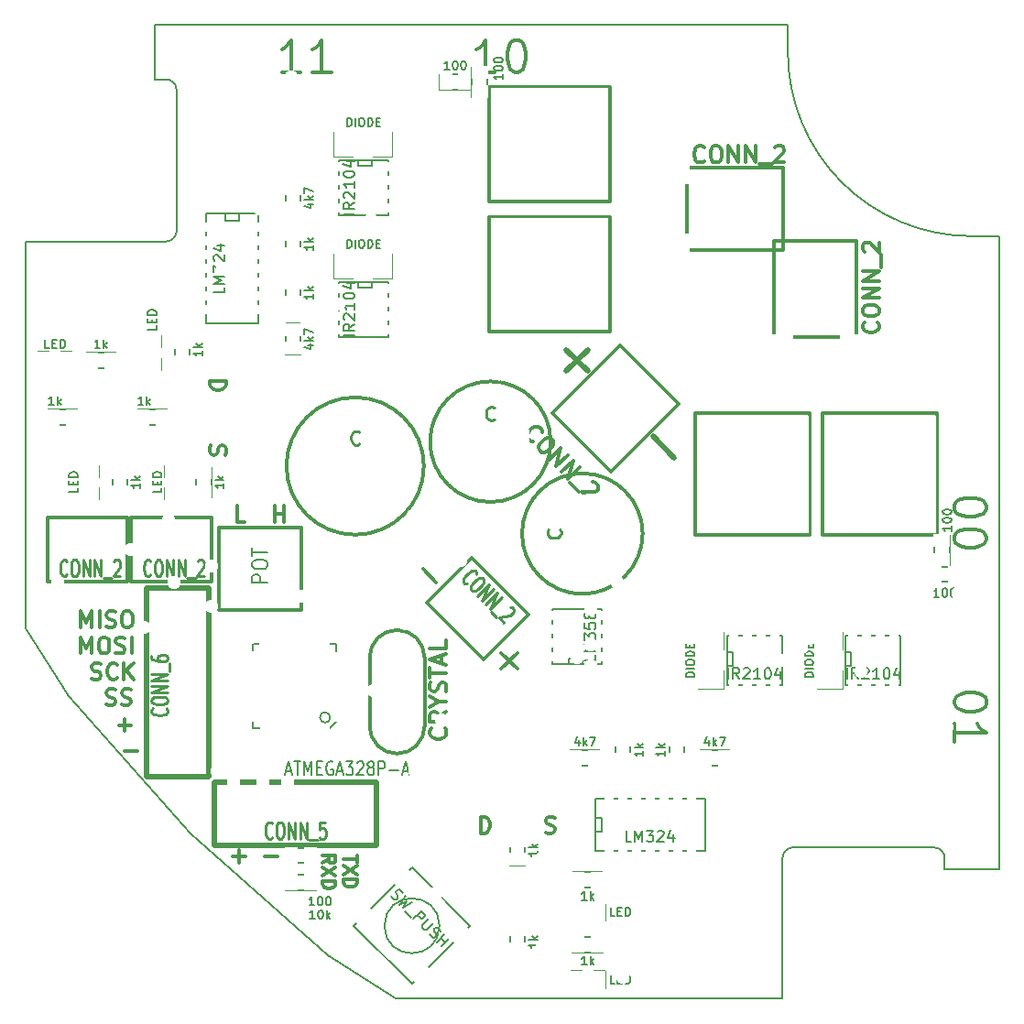
<source format=gto>
G04 (created by PCBNEW (2013-06-18 BZR 4216)-testing) date 2014/10/24 19:56:51*
%MOIN*%
G04 Gerber Fmt 3.4, Leading zero omitted, Abs format*
%FSLAX34Y34*%
G01*
G70*
G90*
G04 APERTURE LIST*
%ADD10C,0.005906*%
%ADD11C,0.011811*%
%ADD12C,0.019685*%
%ADD13C,0.012000*%
%ADD14C,0.005000*%
%ADD15C,0.006000*%
%ADD16C,0.012500*%
%ADD17C,0.008000*%
%ADD18C,0.010000*%
%ADD19C,0.007874*%
%ADD20C,0.074803*%
%ADD21C,0.070748*%
%ADD22R,0.070748X0.070748*%
%ADD23C,0.094488*%
%ADD24R,0.094488X0.094488*%
%ADD25C,0.085748*%
%ADD26R,0.085748X0.085748*%
%ADD27R,0.095748X0.075748*%
%ADD28R,0.075748X0.095748*%
%ADD29R,0.094448X0.033448*%
%ADD30R,0.033448X0.094448*%
%ADD31R,0.074803X0.074803*%
%ADD32C,0.071748*%
%ADD33R,0.097638X0.173228*%
%ADD34R,0.409449X0.429134*%
%ADD35R,0.173228X0.097638*%
%ADD36R,0.429134X0.409449*%
%ADD37R,0.114148X0.114148*%
%ADD38C,0.075748*%
%ADD39R,0.051181X0.062992*%
%ADD40R,0.062992X0.051181*%
%ADD41R,0.055118X0.070866*%
%ADD42R,0.070866X0.055118*%
%ADD43R,0.035748X0.084370*%
%ADD44R,0.084370X0.035748*%
%ADD45R,0.076496X0.035748*%
%ADD46R,0.035748X0.076496*%
%ADD47C,0.050748*%
%ADD48C,0.153543*%
G04 APERTURE END LIST*
G54D10*
X22047Y-44094D02*
X20472Y-41633D01*
X25196Y-27559D02*
X20472Y-27559D01*
X20472Y-27559D02*
X20472Y-41633D01*
X31496Y-53543D02*
X33956Y-55118D01*
X48031Y-55118D02*
X48031Y-50393D01*
X48031Y-55118D02*
X33956Y-55118D01*
X25196Y-21653D02*
X25590Y-21653D01*
X25196Y-21653D02*
X25196Y-19685D01*
X53937Y-50393D02*
X55905Y-50393D01*
X53543Y-49606D02*
X48425Y-49606D01*
X53937Y-50000D02*
G75*
G03X53543Y-49606I-393J0D01*
G74*
G01*
X53937Y-50393D02*
X53937Y-50000D01*
X48425Y-49606D02*
G75*
G03X48031Y-50000I0J-393D01*
G74*
G01*
X48031Y-50393D02*
X48031Y-50000D01*
X25984Y-27165D02*
X25984Y-22047D01*
X25590Y-27559D02*
G75*
G03X25984Y-27165I0J393D01*
G74*
G01*
X25984Y-22047D02*
G75*
G03X25590Y-21653I-393J0D01*
G74*
G01*
X25196Y-27559D02*
X25590Y-27559D01*
X48228Y-19685D02*
X25196Y-19685D01*
X55905Y-27362D02*
X55905Y-50393D01*
X48228Y-20669D02*
X48228Y-19685D01*
X54921Y-27362D02*
X55905Y-27362D01*
X48228Y-20669D02*
G75*
G03X54921Y-27362I6692J0D01*
G74*
G01*
G54D11*
X37050Y-49086D02*
X37050Y-48495D01*
X37190Y-48495D01*
X37275Y-48523D01*
X37331Y-48579D01*
X37359Y-48636D01*
X37387Y-48748D01*
X37387Y-48832D01*
X37359Y-48945D01*
X37331Y-49001D01*
X37275Y-49057D01*
X37190Y-49086D01*
X37050Y-49086D01*
X39412Y-49057D02*
X39496Y-49086D01*
X39637Y-49086D01*
X39693Y-49057D01*
X39721Y-49029D01*
X39749Y-48973D01*
X39749Y-48917D01*
X39721Y-48861D01*
X39693Y-48832D01*
X39637Y-48804D01*
X39524Y-48776D01*
X39468Y-48748D01*
X39440Y-48720D01*
X39412Y-48664D01*
X39412Y-48607D01*
X39440Y-48551D01*
X39468Y-48523D01*
X39524Y-48495D01*
X39665Y-48495D01*
X39749Y-48523D01*
X27193Y-32620D02*
X27784Y-32620D01*
X27784Y-32761D01*
X27755Y-32845D01*
X27699Y-32902D01*
X27643Y-32930D01*
X27530Y-32958D01*
X27446Y-32958D01*
X27334Y-32930D01*
X27277Y-32902D01*
X27221Y-32845D01*
X27193Y-32761D01*
X27193Y-32620D01*
X27221Y-34983D02*
X27193Y-35067D01*
X27193Y-35208D01*
X27221Y-35264D01*
X27249Y-35292D01*
X27305Y-35320D01*
X27362Y-35320D01*
X27418Y-35292D01*
X27446Y-35264D01*
X27474Y-35208D01*
X27502Y-35095D01*
X27530Y-35039D01*
X27559Y-35011D01*
X27615Y-34983D01*
X27671Y-34983D01*
X27727Y-35011D01*
X27755Y-35039D01*
X27784Y-35095D01*
X27784Y-35236D01*
X27755Y-35320D01*
X28458Y-37767D02*
X28177Y-37767D01*
X28177Y-37176D01*
X29555Y-37767D02*
X29555Y-37176D01*
X29555Y-37457D02*
X29893Y-37457D01*
X29893Y-37767D02*
X29893Y-37176D01*
G54D10*
X26476Y-49114D02*
X22047Y-44094D01*
X31496Y-53543D02*
X26476Y-49114D01*
G54D11*
X34940Y-39468D02*
X35433Y-39960D01*
X37795Y-43110D02*
X38385Y-42519D01*
X37795Y-42519D02*
X38385Y-43110D01*
G54D12*
X43307Y-34645D02*
X44094Y-35433D01*
X40944Y-31496D02*
X40157Y-32283D01*
X40157Y-31496D02*
X40944Y-32283D01*
G54D11*
X30483Y-21400D02*
X29808Y-21400D01*
X30146Y-21400D02*
X30146Y-20219D01*
X30033Y-20388D01*
X29921Y-20500D01*
X29808Y-20556D01*
X31608Y-21400D02*
X30933Y-21400D01*
X31271Y-21400D02*
X31271Y-20219D01*
X31158Y-20388D01*
X31046Y-20500D01*
X30933Y-20556D01*
X37570Y-21400D02*
X36895Y-21400D01*
X37232Y-21400D02*
X37232Y-20219D01*
X37120Y-20388D01*
X37007Y-20500D01*
X36895Y-20556D01*
X38301Y-20219D02*
X38413Y-20219D01*
X38526Y-20275D01*
X38582Y-20331D01*
X38638Y-20444D01*
X38695Y-20669D01*
X38695Y-20950D01*
X38638Y-21175D01*
X38582Y-21287D01*
X38526Y-21344D01*
X38413Y-21400D01*
X38301Y-21400D01*
X38188Y-21344D01*
X38132Y-21287D01*
X38076Y-21175D01*
X38020Y-20950D01*
X38020Y-20669D01*
X38076Y-20444D01*
X38132Y-20331D01*
X38188Y-20275D01*
X38301Y-20219D01*
X55469Y-44263D02*
X55469Y-44375D01*
X55413Y-44488D01*
X55357Y-44544D01*
X55244Y-44600D01*
X55019Y-44656D01*
X54738Y-44656D01*
X54513Y-44600D01*
X54401Y-44544D01*
X54344Y-44488D01*
X54288Y-44375D01*
X54288Y-44263D01*
X54344Y-44150D01*
X54401Y-44094D01*
X54513Y-44038D01*
X54738Y-43982D01*
X55019Y-43982D01*
X55244Y-44038D01*
X55357Y-44094D01*
X55413Y-44150D01*
X55469Y-44263D01*
X54288Y-45781D02*
X54288Y-45106D01*
X54288Y-45444D02*
X55469Y-45444D01*
X55300Y-45331D01*
X55188Y-45219D01*
X55132Y-45106D01*
X54274Y-38413D02*
X54274Y-38301D01*
X54330Y-38188D01*
X54386Y-38132D01*
X54499Y-38076D01*
X54724Y-38020D01*
X55005Y-38020D01*
X55230Y-38076D01*
X55343Y-38132D01*
X55399Y-38188D01*
X55455Y-38301D01*
X55455Y-38413D01*
X55399Y-38526D01*
X55343Y-38582D01*
X55230Y-38638D01*
X55005Y-38695D01*
X54724Y-38695D01*
X54499Y-38638D01*
X54386Y-38582D01*
X54330Y-38526D01*
X54274Y-38413D01*
X54274Y-37289D02*
X54274Y-37176D01*
X54330Y-37064D01*
X54386Y-37007D01*
X54499Y-36951D01*
X54724Y-36895D01*
X55005Y-36895D01*
X55230Y-36951D01*
X55343Y-37007D01*
X55399Y-37064D01*
X55455Y-37176D01*
X55455Y-37289D01*
X55399Y-37401D01*
X55343Y-37457D01*
X55230Y-37514D01*
X55005Y-37570D01*
X54724Y-37570D01*
X54499Y-37514D01*
X54386Y-37457D01*
X54330Y-37401D01*
X54274Y-37289D01*
X22497Y-41605D02*
X22497Y-41015D01*
X22694Y-41437D01*
X22890Y-41015D01*
X22890Y-41605D01*
X23172Y-41605D02*
X23172Y-41015D01*
X23425Y-41577D02*
X23509Y-41605D01*
X23650Y-41605D01*
X23706Y-41577D01*
X23734Y-41549D01*
X23762Y-41493D01*
X23762Y-41437D01*
X23734Y-41380D01*
X23706Y-41352D01*
X23650Y-41324D01*
X23537Y-41296D01*
X23481Y-41268D01*
X23453Y-41240D01*
X23425Y-41183D01*
X23425Y-41127D01*
X23453Y-41071D01*
X23481Y-41043D01*
X23537Y-41015D01*
X23678Y-41015D01*
X23762Y-41043D01*
X24128Y-41015D02*
X24240Y-41015D01*
X24296Y-41043D01*
X24353Y-41099D01*
X24381Y-41212D01*
X24381Y-41408D01*
X24353Y-41521D01*
X24296Y-41577D01*
X24240Y-41605D01*
X24128Y-41605D01*
X24071Y-41577D01*
X24015Y-41521D01*
X23987Y-41408D01*
X23987Y-41212D01*
X24015Y-41099D01*
X24071Y-41043D01*
X24128Y-41015D01*
X22497Y-42550D02*
X22497Y-41960D01*
X22694Y-42381D01*
X22890Y-41960D01*
X22890Y-42550D01*
X23284Y-41960D02*
X23397Y-41960D01*
X23453Y-41988D01*
X23509Y-42044D01*
X23537Y-42156D01*
X23537Y-42353D01*
X23509Y-42466D01*
X23453Y-42522D01*
X23397Y-42550D01*
X23284Y-42550D01*
X23228Y-42522D01*
X23172Y-42466D01*
X23143Y-42353D01*
X23143Y-42156D01*
X23172Y-42044D01*
X23228Y-41988D01*
X23284Y-41960D01*
X23762Y-42522D02*
X23847Y-42550D01*
X23987Y-42550D01*
X24043Y-42522D01*
X24071Y-42494D01*
X24100Y-42438D01*
X24100Y-42381D01*
X24071Y-42325D01*
X24043Y-42297D01*
X23987Y-42269D01*
X23875Y-42241D01*
X23818Y-42213D01*
X23790Y-42185D01*
X23762Y-42128D01*
X23762Y-42072D01*
X23790Y-42016D01*
X23818Y-41988D01*
X23875Y-41960D01*
X24015Y-41960D01*
X24100Y-41988D01*
X24353Y-42550D02*
X24353Y-41960D01*
X22890Y-43467D02*
X22975Y-43495D01*
X23115Y-43495D01*
X23172Y-43467D01*
X23200Y-43439D01*
X23228Y-43383D01*
X23228Y-43326D01*
X23200Y-43270D01*
X23172Y-43242D01*
X23115Y-43214D01*
X23003Y-43186D01*
X22947Y-43158D01*
X22919Y-43129D01*
X22890Y-43073D01*
X22890Y-43017D01*
X22919Y-42961D01*
X22947Y-42933D01*
X23003Y-42904D01*
X23143Y-42904D01*
X23228Y-42933D01*
X23818Y-43439D02*
X23790Y-43467D01*
X23706Y-43495D01*
X23650Y-43495D01*
X23565Y-43467D01*
X23509Y-43411D01*
X23481Y-43354D01*
X23453Y-43242D01*
X23453Y-43158D01*
X23481Y-43045D01*
X23509Y-42989D01*
X23565Y-42933D01*
X23650Y-42904D01*
X23706Y-42904D01*
X23790Y-42933D01*
X23818Y-42961D01*
X24071Y-43495D02*
X24071Y-42904D01*
X24409Y-43495D02*
X24156Y-43158D01*
X24409Y-42904D02*
X24071Y-43242D01*
X23425Y-44412D02*
X23509Y-44440D01*
X23650Y-44440D01*
X23706Y-44412D01*
X23734Y-44384D01*
X23762Y-44327D01*
X23762Y-44271D01*
X23734Y-44215D01*
X23706Y-44187D01*
X23650Y-44159D01*
X23537Y-44131D01*
X23481Y-44102D01*
X23453Y-44074D01*
X23425Y-44018D01*
X23425Y-43962D01*
X23453Y-43906D01*
X23481Y-43877D01*
X23537Y-43849D01*
X23678Y-43849D01*
X23762Y-43877D01*
X23987Y-44412D02*
X24071Y-44440D01*
X24212Y-44440D01*
X24268Y-44412D01*
X24296Y-44384D01*
X24325Y-44327D01*
X24325Y-44271D01*
X24296Y-44215D01*
X24268Y-44187D01*
X24212Y-44159D01*
X24100Y-44131D01*
X24043Y-44102D01*
X24015Y-44074D01*
X23987Y-44018D01*
X23987Y-43962D01*
X24015Y-43906D01*
X24043Y-43877D01*
X24100Y-43849D01*
X24240Y-43849D01*
X24325Y-43877D01*
X23875Y-45160D02*
X24325Y-45160D01*
X24100Y-45385D02*
X24100Y-44935D01*
X24100Y-46105D02*
X24550Y-46105D01*
X32542Y-49895D02*
X32542Y-50165D01*
X32069Y-50030D02*
X32542Y-50030D01*
X32542Y-50278D02*
X32069Y-50593D01*
X32542Y-50593D02*
X32069Y-50278D01*
X32069Y-50773D02*
X32542Y-50773D01*
X32542Y-50885D01*
X32519Y-50953D01*
X32474Y-50998D01*
X32429Y-51020D01*
X32339Y-51043D01*
X32272Y-51043D01*
X32182Y-51020D01*
X32137Y-50998D01*
X32092Y-50953D01*
X32069Y-50885D01*
X32069Y-50773D01*
X31290Y-50177D02*
X31515Y-50019D01*
X31290Y-49907D02*
X31762Y-49907D01*
X31762Y-50087D01*
X31740Y-50132D01*
X31717Y-50154D01*
X31672Y-50177D01*
X31605Y-50177D01*
X31560Y-50154D01*
X31537Y-50132D01*
X31515Y-50087D01*
X31515Y-49907D01*
X31762Y-50334D02*
X31290Y-50649D01*
X31762Y-50649D02*
X31290Y-50334D01*
X31290Y-50829D02*
X31762Y-50829D01*
X31762Y-50942D01*
X31740Y-51009D01*
X31695Y-51054D01*
X31650Y-51077D01*
X31560Y-51099D01*
X31492Y-51099D01*
X31402Y-51077D01*
X31357Y-51054D01*
X31312Y-51009D01*
X31290Y-50942D01*
X31290Y-50829D01*
X28023Y-49943D02*
X28473Y-49943D01*
X28248Y-50168D02*
X28248Y-49718D01*
X29204Y-49943D02*
X29654Y-49943D01*
X36727Y-39066D02*
X35085Y-40709D01*
X35085Y-40709D02*
X37145Y-42769D01*
X37145Y-42769D02*
X38787Y-41126D01*
X36727Y-39066D02*
X38787Y-41126D01*
G54D13*
X34980Y-35728D02*
G75*
G03X34980Y-35728I-2500J0D01*
G74*
G01*
X39597Y-34842D02*
G75*
G03X39597Y-34842I-2195J0D01*
G74*
G01*
X42943Y-38188D02*
G75*
G03X42943Y-38188I-2195J0D01*
G74*
G01*
G54D14*
X44983Y-43834D02*
X45883Y-43834D01*
X45883Y-43834D02*
X45883Y-43184D01*
X44983Y-42405D02*
X44983Y-41755D01*
X44983Y-41755D02*
X45883Y-41755D01*
X45883Y-41755D02*
X45883Y-42405D01*
X44983Y-43184D02*
X44983Y-43834D01*
X49313Y-43834D02*
X50213Y-43834D01*
X50213Y-43834D02*
X50213Y-43184D01*
X49313Y-42405D02*
X49313Y-41755D01*
X49313Y-41755D02*
X50213Y-41755D01*
X50213Y-41755D02*
X50213Y-42405D01*
X49313Y-43184D02*
X49313Y-43834D01*
X31736Y-23565D02*
X31736Y-24465D01*
X31736Y-24465D02*
X32386Y-24465D01*
X33164Y-23565D02*
X33814Y-23565D01*
X33814Y-23565D02*
X33814Y-24465D01*
X33814Y-24465D02*
X33164Y-24465D01*
X32386Y-23565D02*
X31736Y-23565D01*
X31736Y-27994D02*
X31736Y-28894D01*
X31736Y-28894D02*
X32386Y-28894D01*
X33164Y-27994D02*
X33814Y-27994D01*
X33814Y-27994D02*
X33814Y-28894D01*
X33814Y-28894D02*
X33164Y-28894D01*
X32386Y-27994D02*
X31736Y-27994D01*
G54D15*
X28285Y-42660D02*
X28735Y-42660D01*
X28285Y-44840D02*
X28725Y-44840D01*
X28285Y-42660D02*
X28285Y-44840D01*
X29165Y-42190D02*
X29165Y-41760D01*
X31375Y-42180D02*
X31375Y-41760D01*
X31385Y-41760D02*
X29165Y-41750D01*
X31365Y-45730D02*
X29195Y-45740D01*
X31795Y-45040D02*
X31795Y-42210D01*
X29185Y-45730D02*
X29185Y-45320D01*
X31545Y-45280D02*
X28765Y-45280D01*
X28745Y-42200D02*
X28745Y-45240D01*
X31795Y-42200D02*
X28795Y-42200D01*
X32245Y-44870D02*
X32245Y-42650D01*
X32245Y-42650D02*
X31795Y-42650D01*
X31791Y-45050D02*
X31561Y-45280D01*
X32243Y-44870D02*
X31791Y-44870D01*
X31365Y-45280D02*
X31365Y-45732D01*
X31572Y-44876D02*
G75*
G03X31572Y-44876I-188J0D01*
G74*
G01*
G54D12*
X24881Y-47027D02*
X24881Y-40177D01*
X24881Y-40177D02*
X27165Y-40177D01*
X27165Y-40177D02*
X27165Y-47027D01*
X27165Y-47027D02*
X24881Y-47027D01*
X33267Y-49527D02*
X27362Y-49527D01*
X27362Y-49527D02*
X27362Y-47244D01*
X27362Y-47244D02*
X33267Y-47244D01*
X33267Y-47244D02*
X33267Y-49527D01*
G54D11*
X24192Y-39921D02*
X24192Y-37598D01*
X24192Y-37598D02*
X21279Y-37598D01*
X21279Y-37598D02*
X21279Y-39921D01*
X24192Y-39921D02*
X21279Y-39921D01*
X27244Y-39921D02*
X27244Y-37598D01*
X27244Y-37598D02*
X24330Y-37598D01*
X24330Y-37598D02*
X24330Y-39921D01*
X27244Y-39921D02*
X24330Y-39921D01*
G54D14*
X35547Y-52460D02*
G75*
G03X35547Y-52460I-1000J0D01*
G74*
G01*
X34547Y-54581D02*
X32425Y-52460D01*
X32425Y-52460D02*
X34547Y-50339D01*
X34547Y-50339D02*
X36668Y-52460D01*
X34547Y-54581D02*
X36668Y-52460D01*
G54D16*
X33005Y-42696D02*
X33005Y-45196D01*
X35005Y-42696D02*
X35005Y-45196D01*
X34005Y-46196D02*
G75*
G03X35005Y-45196I0J1000D01*
G74*
G01*
X33005Y-45196D02*
G75*
G03X34005Y-46196I1000J0D01*
G74*
G01*
X35005Y-42696D02*
G75*
G03X34005Y-41696I-1000J0D01*
G74*
G01*
X34005Y-41696D02*
G75*
G03X33005Y-42696I0J-1000D01*
G74*
G01*
G54D11*
X49488Y-38228D02*
X49488Y-33818D01*
X53661Y-33818D02*
X53661Y-38228D01*
X53661Y-33818D02*
X49488Y-33818D01*
X53661Y-38228D02*
X49488Y-38228D01*
X44862Y-38228D02*
X44862Y-33818D01*
X49035Y-33818D02*
X49035Y-38228D01*
X49035Y-33818D02*
X44862Y-33818D01*
X49035Y-38228D02*
X44862Y-38228D01*
X37362Y-21929D02*
X41771Y-21929D01*
X41771Y-26102D02*
X37362Y-26102D01*
X41771Y-26102D02*
X41771Y-21929D01*
X37362Y-26102D02*
X37362Y-21929D01*
X37362Y-26653D02*
X41771Y-26653D01*
X41771Y-30826D02*
X37362Y-30826D01*
X41771Y-30826D02*
X41771Y-26653D01*
X37362Y-30826D02*
X37362Y-26653D01*
X43186Y-34525D02*
X41772Y-35939D01*
X41772Y-35939D02*
X39651Y-33818D01*
X39651Y-33818D02*
X42125Y-31343D01*
X42125Y-31343D02*
X44247Y-33464D01*
X44247Y-33464D02*
X43186Y-34525D01*
X46062Y-24877D02*
X48062Y-24877D01*
X48062Y-24877D02*
X48062Y-27877D01*
X48062Y-27877D02*
X44562Y-27877D01*
X44562Y-27877D02*
X44562Y-24877D01*
X44562Y-24877D02*
X46062Y-24877D01*
X47712Y-29527D02*
X47712Y-27527D01*
X47712Y-27527D02*
X50712Y-27527D01*
X50712Y-27527D02*
X50712Y-31027D01*
X50712Y-31027D02*
X47712Y-31027D01*
X47712Y-31027D02*
X47712Y-29527D01*
X29035Y-40960D02*
X27535Y-40960D01*
X27535Y-40960D02*
X27535Y-37960D01*
X27535Y-37960D02*
X30535Y-37960D01*
X30535Y-37960D02*
X30535Y-40960D01*
X30535Y-40960D02*
X29035Y-40960D01*
G54D10*
X25649Y-34232D02*
X25649Y-33681D01*
X25649Y-34232D02*
X24547Y-34232D01*
X24547Y-34232D02*
X24547Y-33681D01*
X24547Y-33681D02*
X25649Y-33681D01*
X29960Y-49625D02*
X29960Y-50177D01*
X29960Y-49625D02*
X31062Y-49625D01*
X31062Y-49625D02*
X31062Y-50177D01*
X31062Y-50177D02*
X29960Y-50177D01*
X54114Y-38228D02*
X53562Y-38228D01*
X54114Y-38228D02*
X54114Y-39330D01*
X54114Y-39330D02*
X53562Y-39330D01*
X53562Y-39330D02*
X53562Y-38228D01*
X54488Y-39940D02*
X54488Y-39389D01*
X54488Y-39940D02*
X53385Y-39940D01*
X53385Y-39940D02*
X53385Y-39389D01*
X53385Y-39389D02*
X54488Y-39389D01*
X37283Y-21200D02*
X36732Y-21200D01*
X37283Y-21200D02*
X37283Y-22303D01*
X37283Y-22303D02*
X36732Y-22303D01*
X36732Y-22303D02*
X36732Y-21200D01*
X36673Y-22027D02*
X36673Y-21476D01*
X36673Y-22027D02*
X35570Y-22027D01*
X35570Y-22027D02*
X35570Y-21476D01*
X35570Y-21476D02*
X36673Y-21476D01*
X26692Y-36870D02*
X27244Y-36870D01*
X26692Y-36870D02*
X26692Y-35767D01*
X26692Y-35767D02*
X27244Y-35767D01*
X27244Y-35767D02*
X27244Y-36870D01*
X23641Y-36870D02*
X24192Y-36870D01*
X23641Y-36870D02*
X23641Y-35767D01*
X23641Y-35767D02*
X24192Y-35767D01*
X24192Y-35767D02*
X24192Y-36870D01*
X23779Y-32165D02*
X23779Y-31614D01*
X23779Y-32165D02*
X22677Y-32165D01*
X22677Y-32165D02*
X22677Y-31614D01*
X22677Y-31614D02*
X23779Y-31614D01*
X22401Y-34232D02*
X22401Y-33681D01*
X22401Y-34232D02*
X21299Y-34232D01*
X21299Y-34232D02*
X21299Y-33681D01*
X21299Y-33681D02*
X22401Y-33681D01*
X30492Y-25433D02*
X29940Y-25433D01*
X30492Y-25433D02*
X30492Y-26535D01*
X30492Y-26535D02*
X29940Y-26535D01*
X29940Y-26535D02*
X29940Y-25433D01*
X30492Y-27106D02*
X29940Y-27106D01*
X30492Y-27106D02*
X30492Y-28208D01*
X30492Y-28208D02*
X29940Y-28208D01*
X29940Y-28208D02*
X29940Y-27106D01*
X40393Y-52874D02*
X40393Y-53425D01*
X40393Y-52874D02*
X41496Y-52874D01*
X41496Y-52874D02*
X41496Y-53425D01*
X41496Y-53425D02*
X40393Y-53425D01*
X38110Y-53503D02*
X38661Y-53503D01*
X38110Y-53503D02*
X38110Y-52401D01*
X38110Y-52401D02*
X38661Y-52401D01*
X38661Y-52401D02*
X38661Y-53503D01*
X40295Y-46082D02*
X40295Y-46633D01*
X40295Y-46082D02*
X41397Y-46082D01*
X41397Y-46082D02*
X41397Y-46633D01*
X41397Y-46633D02*
X40295Y-46633D01*
X41948Y-46614D02*
X42500Y-46614D01*
X41948Y-46614D02*
X41948Y-45511D01*
X41948Y-45511D02*
X42500Y-45511D01*
X42500Y-45511D02*
X42500Y-46614D01*
X25905Y-32145D02*
X26456Y-32145D01*
X25905Y-32145D02*
X25905Y-31043D01*
X25905Y-31043D02*
X26456Y-31043D01*
X26456Y-31043D02*
X26456Y-32145D01*
X29940Y-31653D02*
X30492Y-31653D01*
X29940Y-31653D02*
X29940Y-30551D01*
X29940Y-30551D02*
X30492Y-30551D01*
X30492Y-30551D02*
X30492Y-31653D01*
X29940Y-29980D02*
X30492Y-29980D01*
X29940Y-29980D02*
X29940Y-28877D01*
X29940Y-28877D02*
X30492Y-28877D01*
X30492Y-28877D02*
X30492Y-29980D01*
X40393Y-50511D02*
X40393Y-51062D01*
X40393Y-50511D02*
X41496Y-50511D01*
X41496Y-50511D02*
X41496Y-51062D01*
X41496Y-51062D02*
X40393Y-51062D01*
X38110Y-50255D02*
X38661Y-50255D01*
X38110Y-50255D02*
X38110Y-49153D01*
X38110Y-49153D02*
X38661Y-49153D01*
X38661Y-49153D02*
X38661Y-50255D01*
X46122Y-46633D02*
X46122Y-46082D01*
X46122Y-46633D02*
X45019Y-46633D01*
X45019Y-46633D02*
X45019Y-46082D01*
X45019Y-46082D02*
X46122Y-46082D01*
X43917Y-46614D02*
X44468Y-46614D01*
X43917Y-46614D02*
X43917Y-45511D01*
X43917Y-45511D02*
X44468Y-45511D01*
X44468Y-45511D02*
X44468Y-46614D01*
X29960Y-50610D02*
X29960Y-51161D01*
X29960Y-50610D02*
X31062Y-50610D01*
X31062Y-50610D02*
X31062Y-51161D01*
X31062Y-51161D02*
X29960Y-51161D01*
X21751Y-32204D02*
X22185Y-32204D01*
X22185Y-32204D02*
X22185Y-31574D01*
X22185Y-31574D02*
X21751Y-31574D01*
X21358Y-32204D02*
X20925Y-32204D01*
X20925Y-32204D02*
X20925Y-31574D01*
X20925Y-31574D02*
X21358Y-31574D01*
X41141Y-54744D02*
X41574Y-54744D01*
X41574Y-54744D02*
X41574Y-54114D01*
X41574Y-54114D02*
X41141Y-54114D01*
X40748Y-54744D02*
X40314Y-54744D01*
X40314Y-54744D02*
X40314Y-54114D01*
X40314Y-54114D02*
X40748Y-54114D01*
X25413Y-31397D02*
X25413Y-30964D01*
X25413Y-30964D02*
X24783Y-30964D01*
X24783Y-30964D02*
X24783Y-31397D01*
X25413Y-31791D02*
X25413Y-32224D01*
X25413Y-32224D02*
X24783Y-32224D01*
X24783Y-32224D02*
X24783Y-31791D01*
X26200Y-36122D02*
X26200Y-35688D01*
X26200Y-35688D02*
X25570Y-35688D01*
X25570Y-35688D02*
X25570Y-36122D01*
X26200Y-36515D02*
X26200Y-36948D01*
X26200Y-36948D02*
X25570Y-36948D01*
X25570Y-36948D02*
X25570Y-36515D01*
X23149Y-36122D02*
X23149Y-35688D01*
X23149Y-35688D02*
X22519Y-35688D01*
X22519Y-35688D02*
X22519Y-36122D01*
X23149Y-36515D02*
X23149Y-36948D01*
X23149Y-36948D02*
X22519Y-36948D01*
X22519Y-36948D02*
X22519Y-36515D01*
X41141Y-52283D02*
X41574Y-52283D01*
X41574Y-52283D02*
X41574Y-51653D01*
X41574Y-51653D02*
X41141Y-51653D01*
X40748Y-52283D02*
X40314Y-52283D01*
X40314Y-52283D02*
X40314Y-51653D01*
X40314Y-51653D02*
X40748Y-51653D01*
G54D14*
X46007Y-41895D02*
X48007Y-41895D01*
X48007Y-41895D02*
X48007Y-43695D01*
X48007Y-43695D02*
X46007Y-43695D01*
X46007Y-43695D02*
X46007Y-41895D01*
X46007Y-42495D02*
X46207Y-42495D01*
X46207Y-42495D02*
X46207Y-42995D01*
X46207Y-42995D02*
X46007Y-42995D01*
X50338Y-41895D02*
X52338Y-41895D01*
X52338Y-41895D02*
X52338Y-43695D01*
X52338Y-43695D02*
X50338Y-43695D01*
X50338Y-43695D02*
X50338Y-41895D01*
X50338Y-42495D02*
X50538Y-42495D01*
X50538Y-42495D02*
X50538Y-42995D01*
X50538Y-42995D02*
X50338Y-42995D01*
X33675Y-24590D02*
X33675Y-26590D01*
X33675Y-26590D02*
X31875Y-26590D01*
X31875Y-26590D02*
X31875Y-24590D01*
X31875Y-24590D02*
X33675Y-24590D01*
X33075Y-24590D02*
X33075Y-24790D01*
X33075Y-24790D02*
X32575Y-24790D01*
X32575Y-24790D02*
X32575Y-24590D01*
X33675Y-29019D02*
X33675Y-31019D01*
X33675Y-31019D02*
X31875Y-31019D01*
X31875Y-31019D02*
X31875Y-29019D01*
X31875Y-29019D02*
X33675Y-29019D01*
X33075Y-29019D02*
X33075Y-29219D01*
X33075Y-29219D02*
X32575Y-29219D01*
X32575Y-29219D02*
X32575Y-29019D01*
X39651Y-42929D02*
X39651Y-40929D01*
X39651Y-40929D02*
X41451Y-40929D01*
X41451Y-40929D02*
X41451Y-42929D01*
X41451Y-42929D02*
X39651Y-42929D01*
X40251Y-42929D02*
X40251Y-42729D01*
X40251Y-42729D02*
X40751Y-42729D01*
X40751Y-42729D02*
X40751Y-42929D01*
G54D17*
X28951Y-30543D02*
X27051Y-30543D01*
X27051Y-30543D02*
X27051Y-26543D01*
X27051Y-26543D02*
X28951Y-26543D01*
X28951Y-26543D02*
X28951Y-30543D01*
X28251Y-26543D02*
X28251Y-26793D01*
X28251Y-26793D02*
X27751Y-26793D01*
X27751Y-26793D02*
X27751Y-26543D01*
X45208Y-47820D02*
X45208Y-49720D01*
X45208Y-49720D02*
X41208Y-49720D01*
X41208Y-49720D02*
X41208Y-47820D01*
X41208Y-47820D02*
X45208Y-47820D01*
X41208Y-48520D02*
X41458Y-48520D01*
X41458Y-48520D02*
X41458Y-49020D01*
X41458Y-49020D02*
X41208Y-49020D01*
G54D18*
X36552Y-40004D02*
X36518Y-40011D01*
X36457Y-39991D01*
X36431Y-39964D01*
X36410Y-39903D01*
X36424Y-39836D01*
X36451Y-39782D01*
X36518Y-39688D01*
X36579Y-39627D01*
X36673Y-39560D01*
X36727Y-39533D01*
X36794Y-39520D01*
X36855Y-39540D01*
X36882Y-39567D01*
X36902Y-39627D01*
X36895Y-39661D01*
X37111Y-39796D02*
X37165Y-39850D01*
X37171Y-39897D01*
X37158Y-39964D01*
X37091Y-40058D01*
X36949Y-40200D01*
X36855Y-40267D01*
X36787Y-40281D01*
X36740Y-40274D01*
X36686Y-40220D01*
X36680Y-40173D01*
X36693Y-40105D01*
X36761Y-40011D01*
X36902Y-39870D01*
X36996Y-39802D01*
X37064Y-39789D01*
X37111Y-39796D01*
X36929Y-40462D02*
X37353Y-40038D01*
X37091Y-40624D01*
X37515Y-40200D01*
X37225Y-40759D02*
X37649Y-40334D01*
X37387Y-40920D01*
X37811Y-40496D01*
X37414Y-41028D02*
X37629Y-41244D01*
X38107Y-40873D02*
X38141Y-40866D01*
X38188Y-40873D01*
X38256Y-40940D01*
X38262Y-40988D01*
X38256Y-41021D01*
X38229Y-41075D01*
X38188Y-41116D01*
X38114Y-41163D01*
X37710Y-41244D01*
X37885Y-41419D01*
G54D13*
G54D18*
X32635Y-34906D02*
X32611Y-34930D01*
X32539Y-34954D01*
X32492Y-34954D01*
X32420Y-34930D01*
X32373Y-34883D01*
X32349Y-34835D01*
X32325Y-34740D01*
X32325Y-34668D01*
X32349Y-34573D01*
X32373Y-34525D01*
X32420Y-34478D01*
X32492Y-34454D01*
X32539Y-34454D01*
X32611Y-34478D01*
X32635Y-34502D01*
X37556Y-34021D02*
X37532Y-34044D01*
X37461Y-34068D01*
X37413Y-34068D01*
X37342Y-34044D01*
X37294Y-33997D01*
X37270Y-33949D01*
X37246Y-33854D01*
X37246Y-33782D01*
X37270Y-33687D01*
X37294Y-33640D01*
X37342Y-33592D01*
X37413Y-33568D01*
X37461Y-33568D01*
X37532Y-33592D01*
X37556Y-33616D01*
X39926Y-38034D02*
X39950Y-38058D01*
X39974Y-38129D01*
X39974Y-38177D01*
X39950Y-38248D01*
X39902Y-38296D01*
X39855Y-38319D01*
X39759Y-38343D01*
X39688Y-38343D01*
X39593Y-38319D01*
X39545Y-38296D01*
X39498Y-38248D01*
X39474Y-38177D01*
X39474Y-38129D01*
X39498Y-38058D01*
X39521Y-38034D01*
G54D14*
X44820Y-43407D02*
X44520Y-43407D01*
X44520Y-43336D01*
X44535Y-43293D01*
X44563Y-43264D01*
X44592Y-43250D01*
X44649Y-43236D01*
X44692Y-43236D01*
X44749Y-43250D01*
X44777Y-43264D01*
X44806Y-43293D01*
X44820Y-43336D01*
X44820Y-43407D01*
X44820Y-43107D02*
X44520Y-43107D01*
X44520Y-42907D02*
X44520Y-42850D01*
X44535Y-42822D01*
X44563Y-42793D01*
X44620Y-42779D01*
X44720Y-42779D01*
X44777Y-42793D01*
X44806Y-42822D01*
X44820Y-42850D01*
X44820Y-42907D01*
X44806Y-42936D01*
X44777Y-42964D01*
X44720Y-42979D01*
X44620Y-42979D01*
X44563Y-42964D01*
X44535Y-42936D01*
X44520Y-42907D01*
X44820Y-42650D02*
X44520Y-42650D01*
X44520Y-42579D01*
X44535Y-42536D01*
X44563Y-42507D01*
X44592Y-42493D01*
X44649Y-42479D01*
X44692Y-42479D01*
X44749Y-42493D01*
X44777Y-42507D01*
X44806Y-42536D01*
X44820Y-42579D01*
X44820Y-42650D01*
X44663Y-42350D02*
X44663Y-42250D01*
X44820Y-42207D02*
X44820Y-42350D01*
X44520Y-42350D01*
X44520Y-42207D01*
X49151Y-43407D02*
X48851Y-43407D01*
X48851Y-43336D01*
X48865Y-43293D01*
X48894Y-43264D01*
X48922Y-43250D01*
X48980Y-43236D01*
X49022Y-43236D01*
X49080Y-43250D01*
X49108Y-43264D01*
X49137Y-43293D01*
X49151Y-43336D01*
X49151Y-43407D01*
X49151Y-43107D02*
X48851Y-43107D01*
X48851Y-42907D02*
X48851Y-42850D01*
X48865Y-42822D01*
X48894Y-42793D01*
X48951Y-42779D01*
X49051Y-42779D01*
X49108Y-42793D01*
X49137Y-42822D01*
X49151Y-42850D01*
X49151Y-42907D01*
X49137Y-42936D01*
X49108Y-42964D01*
X49051Y-42979D01*
X48951Y-42979D01*
X48894Y-42964D01*
X48865Y-42936D01*
X48851Y-42907D01*
X49151Y-42650D02*
X48851Y-42650D01*
X48851Y-42579D01*
X48865Y-42536D01*
X48894Y-42507D01*
X48922Y-42493D01*
X48980Y-42479D01*
X49022Y-42479D01*
X49080Y-42493D01*
X49108Y-42507D01*
X49137Y-42536D01*
X49151Y-42579D01*
X49151Y-42650D01*
X48994Y-42350D02*
X48994Y-42250D01*
X49151Y-42207D02*
X49151Y-42350D01*
X48851Y-42350D01*
X48851Y-42207D01*
X32182Y-23364D02*
X32182Y-23064D01*
X32254Y-23064D01*
X32297Y-23078D01*
X32325Y-23106D01*
X32339Y-23135D01*
X32354Y-23192D01*
X32354Y-23235D01*
X32339Y-23292D01*
X32325Y-23321D01*
X32297Y-23349D01*
X32254Y-23364D01*
X32182Y-23364D01*
X32482Y-23364D02*
X32482Y-23064D01*
X32682Y-23064D02*
X32739Y-23064D01*
X32768Y-23078D01*
X32797Y-23106D01*
X32811Y-23164D01*
X32811Y-23264D01*
X32797Y-23321D01*
X32768Y-23349D01*
X32739Y-23364D01*
X32682Y-23364D01*
X32654Y-23349D01*
X32625Y-23321D01*
X32611Y-23264D01*
X32611Y-23164D01*
X32625Y-23106D01*
X32654Y-23078D01*
X32682Y-23064D01*
X32939Y-23364D02*
X32939Y-23064D01*
X33011Y-23064D01*
X33054Y-23078D01*
X33082Y-23106D01*
X33097Y-23135D01*
X33111Y-23192D01*
X33111Y-23235D01*
X33097Y-23292D01*
X33082Y-23321D01*
X33054Y-23349D01*
X33011Y-23364D01*
X32939Y-23364D01*
X33239Y-23206D02*
X33339Y-23206D01*
X33382Y-23364D02*
X33239Y-23364D01*
X33239Y-23064D01*
X33382Y-23064D01*
X32182Y-27793D02*
X32182Y-27493D01*
X32254Y-27493D01*
X32297Y-27507D01*
X32325Y-27536D01*
X32339Y-27564D01*
X32354Y-27621D01*
X32354Y-27664D01*
X32339Y-27721D01*
X32325Y-27750D01*
X32297Y-27778D01*
X32254Y-27793D01*
X32182Y-27793D01*
X32482Y-27793D02*
X32482Y-27493D01*
X32682Y-27493D02*
X32739Y-27493D01*
X32768Y-27507D01*
X32797Y-27536D01*
X32811Y-27593D01*
X32811Y-27693D01*
X32797Y-27750D01*
X32768Y-27778D01*
X32739Y-27793D01*
X32682Y-27793D01*
X32654Y-27778D01*
X32625Y-27750D01*
X32611Y-27693D01*
X32611Y-27593D01*
X32625Y-27536D01*
X32654Y-27507D01*
X32682Y-27493D01*
X32939Y-27793D02*
X32939Y-27493D01*
X33011Y-27493D01*
X33054Y-27507D01*
X33082Y-27536D01*
X33097Y-27564D01*
X33111Y-27621D01*
X33111Y-27664D01*
X33097Y-27721D01*
X33082Y-27750D01*
X33054Y-27778D01*
X33011Y-27793D01*
X32939Y-27793D01*
X33239Y-27636D02*
X33339Y-27636D01*
X33382Y-27793D02*
X33239Y-27793D01*
X33239Y-27493D01*
X33382Y-27493D01*
G54D17*
X29965Y-46835D02*
X30156Y-46835D01*
X29927Y-46978D02*
X30061Y-46478D01*
X30194Y-46978D01*
X30270Y-46478D02*
X30499Y-46478D01*
X30385Y-46978D02*
X30385Y-46478D01*
X30632Y-46978D02*
X30632Y-46478D01*
X30765Y-46835D01*
X30899Y-46478D01*
X30899Y-46978D01*
X31089Y-46716D02*
X31223Y-46716D01*
X31280Y-46978D02*
X31089Y-46978D01*
X31089Y-46478D01*
X31280Y-46478D01*
X31661Y-46501D02*
X31623Y-46478D01*
X31565Y-46478D01*
X31508Y-46501D01*
X31470Y-46549D01*
X31451Y-46597D01*
X31432Y-46692D01*
X31432Y-46763D01*
X31451Y-46859D01*
X31470Y-46906D01*
X31508Y-46954D01*
X31565Y-46978D01*
X31604Y-46978D01*
X31661Y-46954D01*
X31680Y-46930D01*
X31680Y-46763D01*
X31604Y-46763D01*
X31832Y-46835D02*
X32023Y-46835D01*
X31794Y-46978D02*
X31927Y-46478D01*
X32061Y-46978D01*
X32156Y-46478D02*
X32404Y-46478D01*
X32270Y-46668D01*
X32327Y-46668D01*
X32365Y-46692D01*
X32385Y-46716D01*
X32404Y-46763D01*
X32404Y-46882D01*
X32385Y-46930D01*
X32365Y-46954D01*
X32327Y-46978D01*
X32213Y-46978D01*
X32175Y-46954D01*
X32156Y-46930D01*
X32556Y-46525D02*
X32575Y-46501D01*
X32613Y-46478D01*
X32708Y-46478D01*
X32746Y-46501D01*
X32765Y-46525D01*
X32785Y-46573D01*
X32785Y-46621D01*
X32765Y-46692D01*
X32537Y-46978D01*
X32785Y-46978D01*
X33013Y-46692D02*
X32975Y-46668D01*
X32956Y-46644D01*
X32937Y-46597D01*
X32937Y-46573D01*
X32956Y-46525D01*
X32975Y-46501D01*
X33013Y-46478D01*
X33089Y-46478D01*
X33127Y-46501D01*
X33146Y-46525D01*
X33165Y-46573D01*
X33165Y-46597D01*
X33146Y-46644D01*
X33127Y-46668D01*
X33089Y-46692D01*
X33013Y-46692D01*
X32975Y-46716D01*
X32956Y-46740D01*
X32937Y-46787D01*
X32937Y-46882D01*
X32956Y-46930D01*
X32975Y-46954D01*
X33013Y-46978D01*
X33089Y-46978D01*
X33127Y-46954D01*
X33146Y-46930D01*
X33165Y-46882D01*
X33165Y-46787D01*
X33146Y-46740D01*
X33127Y-46716D01*
X33089Y-46692D01*
X33337Y-46978D02*
X33337Y-46478D01*
X33489Y-46478D01*
X33527Y-46501D01*
X33546Y-46525D01*
X33565Y-46573D01*
X33565Y-46644D01*
X33546Y-46692D01*
X33527Y-46716D01*
X33489Y-46740D01*
X33337Y-46740D01*
X33737Y-46787D02*
X34042Y-46787D01*
X34213Y-46835D02*
X34404Y-46835D01*
X34175Y-46978D02*
X34308Y-46478D01*
X34442Y-46978D01*
G54D18*
X25607Y-44548D02*
X25636Y-44567D01*
X25665Y-44624D01*
X25665Y-44662D01*
X25636Y-44719D01*
X25579Y-44757D01*
X25522Y-44776D01*
X25407Y-44796D01*
X25322Y-44796D01*
X25207Y-44776D01*
X25150Y-44757D01*
X25093Y-44719D01*
X25065Y-44662D01*
X25065Y-44624D01*
X25093Y-44567D01*
X25122Y-44548D01*
X25065Y-44300D02*
X25065Y-44224D01*
X25093Y-44186D01*
X25150Y-44148D01*
X25265Y-44129D01*
X25465Y-44129D01*
X25579Y-44148D01*
X25636Y-44186D01*
X25665Y-44224D01*
X25665Y-44300D01*
X25636Y-44338D01*
X25579Y-44376D01*
X25465Y-44396D01*
X25265Y-44396D01*
X25150Y-44376D01*
X25093Y-44338D01*
X25065Y-44300D01*
X25665Y-43957D02*
X25065Y-43957D01*
X25665Y-43729D01*
X25065Y-43729D01*
X25665Y-43538D02*
X25065Y-43538D01*
X25665Y-43310D01*
X25065Y-43310D01*
X25722Y-43215D02*
X25722Y-42910D01*
X25065Y-42643D02*
X25065Y-42719D01*
X25093Y-42757D01*
X25122Y-42776D01*
X25207Y-42815D01*
X25322Y-42834D01*
X25550Y-42834D01*
X25607Y-42815D01*
X25636Y-42796D01*
X25665Y-42757D01*
X25665Y-42681D01*
X25636Y-42643D01*
X25607Y-42624D01*
X25550Y-42605D01*
X25407Y-42605D01*
X25350Y-42624D01*
X25322Y-42643D01*
X25293Y-42681D01*
X25293Y-42757D01*
X25322Y-42796D01*
X25350Y-42815D01*
X25407Y-42834D01*
G54D13*
G54D18*
X29467Y-49230D02*
X29448Y-49258D01*
X29391Y-49287D01*
X29353Y-49287D01*
X29295Y-49258D01*
X29257Y-49201D01*
X29238Y-49144D01*
X29219Y-49030D01*
X29219Y-48944D01*
X29238Y-48830D01*
X29257Y-48772D01*
X29295Y-48715D01*
X29353Y-48687D01*
X29391Y-48687D01*
X29448Y-48715D01*
X29467Y-48744D01*
X29714Y-48687D02*
X29791Y-48687D01*
X29829Y-48715D01*
X29867Y-48772D01*
X29886Y-48887D01*
X29886Y-49087D01*
X29867Y-49201D01*
X29829Y-49258D01*
X29791Y-49287D01*
X29714Y-49287D01*
X29676Y-49258D01*
X29638Y-49201D01*
X29619Y-49087D01*
X29619Y-48887D01*
X29638Y-48772D01*
X29676Y-48715D01*
X29714Y-48687D01*
X30057Y-49287D02*
X30057Y-48687D01*
X30286Y-49287D01*
X30286Y-48687D01*
X30476Y-49287D02*
X30476Y-48687D01*
X30705Y-49287D01*
X30705Y-48687D01*
X30800Y-49344D02*
X31105Y-49344D01*
X31391Y-48687D02*
X31200Y-48687D01*
X31181Y-48972D01*
X31200Y-48944D01*
X31238Y-48915D01*
X31334Y-48915D01*
X31372Y-48944D01*
X31391Y-48972D01*
X31410Y-49030D01*
X31410Y-49172D01*
X31391Y-49230D01*
X31372Y-49258D01*
X31334Y-49287D01*
X31238Y-49287D01*
X31200Y-49258D01*
X31181Y-49230D01*
G54D13*
G54D18*
X21987Y-39682D02*
X21967Y-39711D01*
X21910Y-39739D01*
X21872Y-39739D01*
X21815Y-39711D01*
X21777Y-39654D01*
X21758Y-39597D01*
X21739Y-39482D01*
X21739Y-39397D01*
X21758Y-39282D01*
X21777Y-39225D01*
X21815Y-39168D01*
X21872Y-39139D01*
X21910Y-39139D01*
X21967Y-39168D01*
X21987Y-39197D01*
X22234Y-39139D02*
X22310Y-39139D01*
X22348Y-39168D01*
X22387Y-39225D01*
X22406Y-39339D01*
X22406Y-39539D01*
X22387Y-39654D01*
X22348Y-39711D01*
X22310Y-39739D01*
X22234Y-39739D01*
X22196Y-39711D01*
X22158Y-39654D01*
X22139Y-39539D01*
X22139Y-39339D01*
X22158Y-39225D01*
X22196Y-39168D01*
X22234Y-39139D01*
X22577Y-39739D02*
X22577Y-39139D01*
X22806Y-39739D01*
X22806Y-39139D01*
X22996Y-39739D02*
X22996Y-39139D01*
X23225Y-39739D01*
X23225Y-39139D01*
X23320Y-39797D02*
X23625Y-39797D01*
X23701Y-39197D02*
X23720Y-39168D01*
X23758Y-39139D01*
X23853Y-39139D01*
X23891Y-39168D01*
X23910Y-39197D01*
X23929Y-39254D01*
X23929Y-39311D01*
X23910Y-39397D01*
X23682Y-39739D01*
X23929Y-39739D01*
G54D13*
G54D18*
X25038Y-39682D02*
X25019Y-39711D01*
X24962Y-39739D01*
X24923Y-39739D01*
X24866Y-39711D01*
X24828Y-39654D01*
X24809Y-39597D01*
X24790Y-39482D01*
X24790Y-39397D01*
X24809Y-39282D01*
X24828Y-39225D01*
X24866Y-39168D01*
X24923Y-39139D01*
X24962Y-39139D01*
X25019Y-39168D01*
X25038Y-39197D01*
X25285Y-39139D02*
X25362Y-39139D01*
X25400Y-39168D01*
X25438Y-39225D01*
X25457Y-39339D01*
X25457Y-39539D01*
X25438Y-39654D01*
X25400Y-39711D01*
X25362Y-39739D01*
X25285Y-39739D01*
X25247Y-39711D01*
X25209Y-39654D01*
X25190Y-39539D01*
X25190Y-39339D01*
X25209Y-39225D01*
X25247Y-39168D01*
X25285Y-39139D01*
X25628Y-39739D02*
X25628Y-39139D01*
X25857Y-39739D01*
X25857Y-39139D01*
X26047Y-39739D02*
X26047Y-39139D01*
X26276Y-39739D01*
X26276Y-39139D01*
X26371Y-39797D02*
X26676Y-39797D01*
X26752Y-39197D02*
X26771Y-39168D01*
X26809Y-39139D01*
X26904Y-39139D01*
X26942Y-39168D01*
X26962Y-39197D01*
X26981Y-39254D01*
X26981Y-39311D01*
X26962Y-39397D01*
X26733Y-39739D01*
X26981Y-39739D01*
G54D13*
G54D17*
X33792Y-51369D02*
X33819Y-51423D01*
X33887Y-51490D01*
X33927Y-51504D01*
X33954Y-51504D01*
X33995Y-51490D01*
X34021Y-51463D01*
X34035Y-51423D01*
X34035Y-51396D01*
X34021Y-51356D01*
X33981Y-51288D01*
X33968Y-51248D01*
X33968Y-51221D01*
X33981Y-51181D01*
X34008Y-51154D01*
X34048Y-51140D01*
X34075Y-51140D01*
X34116Y-51154D01*
X34183Y-51221D01*
X34210Y-51275D01*
X34318Y-51356D02*
X34102Y-51706D01*
X34358Y-51558D01*
X34210Y-51814D01*
X34560Y-51598D01*
X34291Y-51948D02*
X34506Y-52164D01*
X34601Y-52204D02*
X34883Y-51921D01*
X34991Y-52029D01*
X35005Y-52070D01*
X35005Y-52096D01*
X34991Y-52137D01*
X34951Y-52177D01*
X34910Y-52191D01*
X34883Y-52191D01*
X34843Y-52177D01*
X34735Y-52070D01*
X35166Y-52204D02*
X34937Y-52433D01*
X34924Y-52474D01*
X34924Y-52501D01*
X34937Y-52541D01*
X34991Y-52595D01*
X35032Y-52608D01*
X35059Y-52608D01*
X35099Y-52595D01*
X35328Y-52366D01*
X35180Y-52756D02*
X35207Y-52810D01*
X35274Y-52878D01*
X35314Y-52891D01*
X35341Y-52891D01*
X35382Y-52878D01*
X35409Y-52851D01*
X35422Y-52810D01*
X35422Y-52783D01*
X35409Y-52743D01*
X35368Y-52676D01*
X35355Y-52635D01*
X35355Y-52608D01*
X35368Y-52568D01*
X35395Y-52541D01*
X35436Y-52527D01*
X35463Y-52527D01*
X35503Y-52541D01*
X35570Y-52608D01*
X35597Y-52662D01*
X35449Y-53053D02*
X35732Y-52770D01*
X35597Y-52905D02*
X35759Y-53066D01*
X35611Y-53214D02*
X35894Y-52932D01*
G54D13*
X35745Y-45283D02*
X35774Y-45311D01*
X35802Y-45397D01*
X35802Y-45454D01*
X35774Y-45540D01*
X35717Y-45597D01*
X35660Y-45626D01*
X35545Y-45654D01*
X35460Y-45654D01*
X35345Y-45626D01*
X35288Y-45597D01*
X35231Y-45540D01*
X35202Y-45454D01*
X35202Y-45397D01*
X35231Y-45311D01*
X35260Y-45283D01*
X35802Y-44683D02*
X35517Y-44883D01*
X35802Y-45026D02*
X35202Y-45026D01*
X35202Y-44797D01*
X35231Y-44740D01*
X35260Y-44711D01*
X35317Y-44683D01*
X35402Y-44683D01*
X35460Y-44711D01*
X35488Y-44740D01*
X35517Y-44797D01*
X35517Y-45026D01*
X35517Y-44311D02*
X35802Y-44311D01*
X35202Y-44511D02*
X35517Y-44311D01*
X35202Y-44111D01*
X35774Y-43940D02*
X35802Y-43854D01*
X35802Y-43711D01*
X35774Y-43654D01*
X35745Y-43626D01*
X35688Y-43597D01*
X35631Y-43597D01*
X35574Y-43626D01*
X35545Y-43654D01*
X35517Y-43711D01*
X35488Y-43826D01*
X35460Y-43883D01*
X35431Y-43911D01*
X35374Y-43940D01*
X35317Y-43940D01*
X35260Y-43911D01*
X35231Y-43883D01*
X35202Y-43826D01*
X35202Y-43683D01*
X35231Y-43597D01*
X35202Y-43426D02*
X35202Y-43083D01*
X35802Y-43254D02*
X35202Y-43254D01*
X35631Y-42911D02*
X35631Y-42626D01*
X35802Y-42969D02*
X35202Y-42769D01*
X35802Y-42569D01*
X35802Y-42083D02*
X35802Y-42369D01*
X35202Y-42369D01*
G54D10*
X49507Y-34814D02*
X49507Y-34223D01*
X49704Y-34645D01*
X49901Y-34223D01*
X49901Y-34814D01*
X50295Y-34223D02*
X50407Y-34223D01*
X50464Y-34251D01*
X50520Y-34308D01*
X50548Y-34420D01*
X50548Y-34617D01*
X50520Y-34730D01*
X50464Y-34786D01*
X50407Y-34814D01*
X50295Y-34814D01*
X50239Y-34786D01*
X50182Y-34730D01*
X50154Y-34617D01*
X50154Y-34420D01*
X50182Y-34308D01*
X50239Y-34251D01*
X50295Y-34223D01*
X50773Y-34786D02*
X50857Y-34814D01*
X50998Y-34814D01*
X51054Y-34786D01*
X51082Y-34758D01*
X51110Y-34701D01*
X51110Y-34645D01*
X51082Y-34589D01*
X51054Y-34561D01*
X50998Y-34533D01*
X50885Y-34505D01*
X50829Y-34476D01*
X50801Y-34448D01*
X50773Y-34392D01*
X50773Y-34336D01*
X50801Y-34280D01*
X50829Y-34251D01*
X50885Y-34223D01*
X51026Y-34223D01*
X51110Y-34251D01*
X51560Y-34505D02*
X51363Y-34505D01*
X51363Y-34814D02*
X51363Y-34223D01*
X51645Y-34223D01*
X51870Y-34505D02*
X52066Y-34505D01*
X52151Y-34814D02*
X51870Y-34814D01*
X51870Y-34223D01*
X52151Y-34223D01*
X52320Y-34223D02*
X52657Y-34223D01*
X52488Y-34814D02*
X52488Y-34223D01*
X52713Y-34870D02*
X53163Y-34870D01*
X53304Y-34814D02*
X53304Y-34223D01*
X53641Y-34814D01*
X53641Y-34223D01*
X44881Y-34715D02*
X44881Y-34125D01*
X45078Y-34547D01*
X45275Y-34125D01*
X45275Y-34715D01*
X45669Y-34125D02*
X45781Y-34125D01*
X45838Y-34153D01*
X45894Y-34209D01*
X45922Y-34322D01*
X45922Y-34519D01*
X45894Y-34631D01*
X45838Y-34687D01*
X45781Y-34715D01*
X45669Y-34715D01*
X45613Y-34687D01*
X45556Y-34631D01*
X45528Y-34519D01*
X45528Y-34322D01*
X45556Y-34209D01*
X45613Y-34153D01*
X45669Y-34125D01*
X46147Y-34687D02*
X46231Y-34715D01*
X46372Y-34715D01*
X46428Y-34687D01*
X46456Y-34659D01*
X46484Y-34603D01*
X46484Y-34547D01*
X46456Y-34491D01*
X46428Y-34462D01*
X46372Y-34434D01*
X46259Y-34406D01*
X46203Y-34378D01*
X46175Y-34350D01*
X46147Y-34294D01*
X46147Y-34237D01*
X46175Y-34181D01*
X46203Y-34153D01*
X46259Y-34125D01*
X46400Y-34125D01*
X46484Y-34153D01*
X46934Y-34406D02*
X46737Y-34406D01*
X46737Y-34715D02*
X46737Y-34125D01*
X47019Y-34125D01*
X47244Y-34406D02*
X47440Y-34406D01*
X47525Y-34715D02*
X47244Y-34715D01*
X47244Y-34125D01*
X47525Y-34125D01*
X47694Y-34125D02*
X48031Y-34125D01*
X47862Y-34715D02*
X47862Y-34125D01*
X48087Y-34772D02*
X48537Y-34772D01*
X48678Y-34715D02*
X48678Y-34125D01*
X49015Y-34715D01*
X49015Y-34125D01*
X41212Y-30807D02*
X40621Y-30807D01*
X41043Y-30610D01*
X40621Y-30413D01*
X41212Y-30413D01*
X40621Y-30019D02*
X40621Y-29907D01*
X40649Y-29850D01*
X40705Y-29794D01*
X40818Y-29766D01*
X41015Y-29766D01*
X41127Y-29794D01*
X41183Y-29850D01*
X41212Y-29907D01*
X41212Y-30019D01*
X41183Y-30075D01*
X41127Y-30132D01*
X41015Y-30160D01*
X40818Y-30160D01*
X40705Y-30132D01*
X40649Y-30075D01*
X40621Y-30019D01*
X41183Y-29541D02*
X41212Y-29457D01*
X41212Y-29316D01*
X41183Y-29260D01*
X41155Y-29232D01*
X41099Y-29204D01*
X41043Y-29204D01*
X40987Y-29232D01*
X40958Y-29260D01*
X40930Y-29316D01*
X40902Y-29429D01*
X40874Y-29485D01*
X40846Y-29513D01*
X40790Y-29541D01*
X40733Y-29541D01*
X40677Y-29513D01*
X40649Y-29485D01*
X40621Y-29429D01*
X40621Y-29288D01*
X40649Y-29204D01*
X40902Y-28754D02*
X40902Y-28951D01*
X41212Y-28951D02*
X40621Y-28951D01*
X40621Y-28669D01*
X40902Y-28444D02*
X40902Y-28248D01*
X41212Y-28163D02*
X41212Y-28444D01*
X40621Y-28444D01*
X40621Y-28163D01*
X40621Y-27994D02*
X40621Y-27657D01*
X41212Y-27826D02*
X40621Y-27826D01*
X41268Y-27601D02*
X41268Y-27151D01*
X41212Y-27010D02*
X40621Y-27010D01*
X41212Y-26673D01*
X40621Y-26673D01*
X41212Y-26082D02*
X40621Y-26082D01*
X41043Y-25885D01*
X40621Y-25688D01*
X41212Y-25688D01*
X40621Y-25295D02*
X40621Y-25182D01*
X40649Y-25126D01*
X40705Y-25070D01*
X40818Y-25042D01*
X41015Y-25042D01*
X41127Y-25070D01*
X41183Y-25126D01*
X41212Y-25182D01*
X41212Y-25295D01*
X41183Y-25351D01*
X41127Y-25407D01*
X41015Y-25435D01*
X40818Y-25435D01*
X40705Y-25407D01*
X40649Y-25351D01*
X40621Y-25295D01*
X41183Y-24817D02*
X41212Y-24732D01*
X41212Y-24592D01*
X41183Y-24535D01*
X41155Y-24507D01*
X41099Y-24479D01*
X41043Y-24479D01*
X40987Y-24507D01*
X40958Y-24535D01*
X40930Y-24592D01*
X40902Y-24704D01*
X40874Y-24760D01*
X40846Y-24789D01*
X40790Y-24817D01*
X40733Y-24817D01*
X40677Y-24789D01*
X40649Y-24760D01*
X40621Y-24704D01*
X40621Y-24564D01*
X40649Y-24479D01*
X40902Y-24029D02*
X40902Y-24226D01*
X41212Y-24226D02*
X40621Y-24226D01*
X40621Y-23945D01*
X40902Y-23720D02*
X40902Y-23523D01*
X41212Y-23439D02*
X41212Y-23720D01*
X40621Y-23720D01*
X40621Y-23439D01*
X40621Y-23270D02*
X40621Y-22933D01*
X41212Y-23101D02*
X40621Y-23101D01*
X41268Y-22876D02*
X41268Y-22426D01*
X41212Y-22286D02*
X40621Y-22286D01*
X41212Y-21948D01*
X40621Y-21948D01*
G54D13*
X38954Y-34838D02*
X38913Y-34838D01*
X38832Y-34797D01*
X38792Y-34757D01*
X38752Y-34676D01*
X38752Y-34595D01*
X38772Y-34535D01*
X38832Y-34434D01*
X38893Y-34373D01*
X38994Y-34313D01*
X39055Y-34292D01*
X39135Y-34292D01*
X39216Y-34333D01*
X39257Y-34373D01*
X39297Y-34454D01*
X39297Y-34494D01*
X39600Y-34717D02*
X39681Y-34797D01*
X39701Y-34858D01*
X39701Y-34939D01*
X39641Y-35040D01*
X39499Y-35181D01*
X39398Y-35242D01*
X39317Y-35242D01*
X39257Y-35222D01*
X39176Y-35141D01*
X39156Y-35080D01*
X39156Y-34999D01*
X39216Y-34898D01*
X39358Y-34757D01*
X39459Y-34696D01*
X39539Y-34696D01*
X39600Y-34717D01*
X39539Y-35505D02*
X39964Y-35080D01*
X39782Y-35747D01*
X40206Y-35323D01*
X39984Y-35949D02*
X40408Y-35525D01*
X40226Y-36191D01*
X40651Y-35767D01*
X40287Y-36333D02*
X40610Y-36656D01*
X41115Y-36313D02*
X41156Y-36313D01*
X41216Y-36333D01*
X41317Y-36434D01*
X41338Y-36495D01*
X41338Y-36535D01*
X41317Y-36596D01*
X41277Y-36636D01*
X41196Y-36676D01*
X40711Y-36676D01*
X40974Y-36939D01*
X51493Y-30503D02*
X51522Y-30532D01*
X51550Y-30617D01*
X51550Y-30675D01*
X51522Y-30760D01*
X51465Y-30817D01*
X51408Y-30846D01*
X51293Y-30875D01*
X51208Y-30875D01*
X51093Y-30846D01*
X51036Y-30817D01*
X50979Y-30760D01*
X50950Y-30675D01*
X50950Y-30617D01*
X50979Y-30532D01*
X51008Y-30503D01*
X50950Y-30132D02*
X50950Y-30017D01*
X50979Y-29960D01*
X51036Y-29903D01*
X51150Y-29875D01*
X51350Y-29875D01*
X51465Y-29903D01*
X51522Y-29960D01*
X51550Y-30017D01*
X51550Y-30132D01*
X51522Y-30189D01*
X51465Y-30246D01*
X51350Y-30275D01*
X51150Y-30275D01*
X51036Y-30246D01*
X50979Y-30189D01*
X50950Y-30132D01*
X51550Y-29617D02*
X50950Y-29617D01*
X51550Y-29275D01*
X50950Y-29275D01*
X51550Y-28989D02*
X50950Y-28989D01*
X51550Y-28646D01*
X50950Y-28646D01*
X51608Y-28503D02*
X51608Y-28046D01*
X51008Y-27932D02*
X50979Y-27903D01*
X50950Y-27846D01*
X50950Y-27703D01*
X50979Y-27646D01*
X51008Y-27617D01*
X51065Y-27589D01*
X51122Y-27589D01*
X51208Y-27617D01*
X51550Y-27960D01*
X51550Y-27589D01*
X45185Y-24623D02*
X45156Y-24652D01*
X45070Y-24680D01*
X45013Y-24680D01*
X44928Y-24652D01*
X44870Y-24595D01*
X44842Y-24538D01*
X44813Y-24423D01*
X44813Y-24338D01*
X44842Y-24223D01*
X44870Y-24166D01*
X44928Y-24109D01*
X45013Y-24080D01*
X45070Y-24080D01*
X45156Y-24109D01*
X45185Y-24138D01*
X45556Y-24080D02*
X45670Y-24080D01*
X45728Y-24109D01*
X45785Y-24166D01*
X45813Y-24280D01*
X45813Y-24480D01*
X45785Y-24595D01*
X45728Y-24652D01*
X45670Y-24680D01*
X45556Y-24680D01*
X45499Y-24652D01*
X45442Y-24595D01*
X45413Y-24480D01*
X45413Y-24280D01*
X45442Y-24166D01*
X45499Y-24109D01*
X45556Y-24080D01*
X46070Y-24680D02*
X46070Y-24080D01*
X46413Y-24680D01*
X46413Y-24080D01*
X46699Y-24680D02*
X46699Y-24080D01*
X47042Y-24680D01*
X47042Y-24080D01*
X47185Y-24738D02*
X47642Y-24738D01*
X47756Y-24138D02*
X47785Y-24109D01*
X47842Y-24080D01*
X47985Y-24080D01*
X48042Y-24109D01*
X48070Y-24138D01*
X48099Y-24195D01*
X48099Y-24252D01*
X48070Y-24338D01*
X47728Y-24680D01*
X48099Y-24680D01*
G54D17*
X29284Y-39953D02*
X28734Y-39953D01*
X28734Y-39762D01*
X28760Y-39715D01*
X28786Y-39691D01*
X28839Y-39667D01*
X28917Y-39667D01*
X28969Y-39691D01*
X28996Y-39715D01*
X29022Y-39762D01*
X29022Y-39953D01*
X28734Y-39358D02*
X28734Y-39262D01*
X28760Y-39215D01*
X28812Y-39167D01*
X28917Y-39143D01*
X29100Y-39143D01*
X29205Y-39167D01*
X29258Y-39215D01*
X29284Y-39262D01*
X29284Y-39358D01*
X29258Y-39405D01*
X29205Y-39453D01*
X29100Y-39477D01*
X28917Y-39477D01*
X28812Y-39453D01*
X28760Y-39405D01*
X28734Y-39358D01*
X28734Y-39001D02*
X28734Y-38715D01*
X29284Y-38858D02*
X28734Y-38858D01*
G54D19*
X24765Y-33508D02*
X24585Y-33508D01*
X24675Y-33508D02*
X24675Y-33193D01*
X24645Y-33238D01*
X24615Y-33268D01*
X24585Y-33283D01*
X24900Y-33508D02*
X24900Y-33193D01*
X24930Y-33388D02*
X25020Y-33508D01*
X25020Y-33298D02*
X24900Y-33418D01*
X30990Y-51717D02*
X30810Y-51717D01*
X30900Y-51717D02*
X30900Y-51402D01*
X30870Y-51447D01*
X30840Y-51477D01*
X30810Y-51492D01*
X31185Y-51402D02*
X31215Y-51402D01*
X31245Y-51417D01*
X31260Y-51432D01*
X31275Y-51462D01*
X31290Y-51522D01*
X31290Y-51597D01*
X31275Y-51657D01*
X31260Y-51687D01*
X31245Y-51702D01*
X31215Y-51717D01*
X31185Y-51717D01*
X31155Y-51702D01*
X31140Y-51687D01*
X31125Y-51657D01*
X31110Y-51597D01*
X31110Y-51522D01*
X31125Y-51462D01*
X31140Y-51432D01*
X31155Y-51417D01*
X31185Y-51402D01*
X31485Y-51402D02*
X31515Y-51402D01*
X31545Y-51417D01*
X31560Y-51432D01*
X31575Y-51462D01*
X31590Y-51522D01*
X31590Y-51597D01*
X31575Y-51657D01*
X31560Y-51687D01*
X31545Y-51702D01*
X31515Y-51717D01*
X31485Y-51717D01*
X31455Y-51702D01*
X31440Y-51687D01*
X31425Y-51657D01*
X31410Y-51597D01*
X31410Y-51522D01*
X31425Y-51462D01*
X31440Y-51432D01*
X31455Y-51417D01*
X31485Y-51402D01*
X54177Y-37906D02*
X54177Y-38086D01*
X54177Y-37996D02*
X53862Y-37996D01*
X53907Y-38026D01*
X53937Y-38056D01*
X53952Y-38086D01*
X53862Y-37711D02*
X53862Y-37681D01*
X53877Y-37651D01*
X53892Y-37636D01*
X53922Y-37621D01*
X53982Y-37606D01*
X54057Y-37606D01*
X54117Y-37621D01*
X54147Y-37636D01*
X54162Y-37651D01*
X54177Y-37681D01*
X54177Y-37711D01*
X54162Y-37741D01*
X54147Y-37756D01*
X54117Y-37771D01*
X54057Y-37786D01*
X53982Y-37786D01*
X53922Y-37771D01*
X53892Y-37756D01*
X53877Y-37741D01*
X53862Y-37711D01*
X53862Y-37411D02*
X53862Y-37381D01*
X53877Y-37351D01*
X53892Y-37336D01*
X53922Y-37321D01*
X53982Y-37306D01*
X54057Y-37306D01*
X54117Y-37321D01*
X54147Y-37336D01*
X54162Y-37351D01*
X54177Y-37381D01*
X54177Y-37411D01*
X54162Y-37441D01*
X54147Y-37456D01*
X54117Y-37471D01*
X54057Y-37486D01*
X53982Y-37486D01*
X53922Y-37471D01*
X53892Y-37456D01*
X53877Y-37441D01*
X53862Y-37411D01*
X53727Y-40496D02*
X53547Y-40496D01*
X53637Y-40496D02*
X53637Y-40181D01*
X53607Y-40226D01*
X53577Y-40256D01*
X53547Y-40271D01*
X53922Y-40181D02*
X53952Y-40181D01*
X53982Y-40196D01*
X53997Y-40211D01*
X54011Y-40241D01*
X54026Y-40301D01*
X54026Y-40376D01*
X54011Y-40436D01*
X53997Y-40466D01*
X53982Y-40481D01*
X53952Y-40496D01*
X53922Y-40496D01*
X53892Y-40481D01*
X53877Y-40466D01*
X53862Y-40436D01*
X53847Y-40376D01*
X53847Y-40301D01*
X53862Y-40241D01*
X53877Y-40211D01*
X53892Y-40196D01*
X53922Y-40181D01*
X54221Y-40181D02*
X54251Y-40181D01*
X54281Y-40196D01*
X54296Y-40211D01*
X54311Y-40241D01*
X54326Y-40301D01*
X54326Y-40376D01*
X54311Y-40436D01*
X54296Y-40466D01*
X54281Y-40481D01*
X54251Y-40496D01*
X54221Y-40496D01*
X54191Y-40481D01*
X54176Y-40466D01*
X54161Y-40436D01*
X54146Y-40376D01*
X54146Y-40301D01*
X54161Y-40241D01*
X54176Y-40211D01*
X54191Y-40196D01*
X54221Y-40181D01*
X37839Y-21469D02*
X37839Y-21649D01*
X37839Y-21559D02*
X37524Y-21559D01*
X37569Y-21589D01*
X37599Y-21619D01*
X37614Y-21649D01*
X37524Y-21274D02*
X37524Y-21244D01*
X37539Y-21214D01*
X37554Y-21199D01*
X37584Y-21184D01*
X37644Y-21169D01*
X37719Y-21169D01*
X37779Y-21184D01*
X37809Y-21199D01*
X37824Y-21214D01*
X37839Y-21244D01*
X37839Y-21274D01*
X37824Y-21304D01*
X37809Y-21319D01*
X37779Y-21334D01*
X37719Y-21349D01*
X37644Y-21349D01*
X37584Y-21334D01*
X37554Y-21319D01*
X37539Y-21304D01*
X37524Y-21274D01*
X37524Y-20974D02*
X37524Y-20944D01*
X37539Y-20914D01*
X37554Y-20899D01*
X37584Y-20884D01*
X37644Y-20869D01*
X37719Y-20869D01*
X37779Y-20884D01*
X37809Y-20899D01*
X37824Y-20914D01*
X37839Y-20944D01*
X37839Y-20974D01*
X37824Y-21004D01*
X37809Y-21019D01*
X37779Y-21034D01*
X37719Y-21049D01*
X37644Y-21049D01*
X37584Y-21034D01*
X37554Y-21019D01*
X37539Y-21004D01*
X37524Y-20974D01*
X35912Y-21303D02*
X35732Y-21303D01*
X35822Y-21303D02*
X35822Y-20988D01*
X35792Y-21033D01*
X35762Y-21063D01*
X35732Y-21078D01*
X36107Y-20988D02*
X36137Y-20988D01*
X36167Y-21003D01*
X36182Y-21018D01*
X36197Y-21048D01*
X36212Y-21108D01*
X36212Y-21183D01*
X36197Y-21243D01*
X36182Y-21273D01*
X36167Y-21288D01*
X36137Y-21303D01*
X36107Y-21303D01*
X36077Y-21288D01*
X36062Y-21273D01*
X36047Y-21243D01*
X36032Y-21183D01*
X36032Y-21108D01*
X36047Y-21048D01*
X36062Y-21018D01*
X36077Y-21003D01*
X36107Y-20988D01*
X36407Y-20988D02*
X36437Y-20988D01*
X36467Y-21003D01*
X36482Y-21018D01*
X36497Y-21048D01*
X36511Y-21108D01*
X36511Y-21183D01*
X36497Y-21243D01*
X36482Y-21273D01*
X36467Y-21288D01*
X36437Y-21303D01*
X36407Y-21303D01*
X36377Y-21288D01*
X36362Y-21273D01*
X36347Y-21243D01*
X36332Y-21183D01*
X36332Y-21108D01*
X36347Y-21048D01*
X36362Y-21018D01*
X36377Y-21003D01*
X36407Y-20988D01*
X27701Y-36356D02*
X27701Y-36536D01*
X27701Y-36446D02*
X27386Y-36446D01*
X27431Y-36476D01*
X27461Y-36506D01*
X27476Y-36536D01*
X27701Y-36221D02*
X27386Y-36221D01*
X27581Y-36191D02*
X27701Y-36101D01*
X27491Y-36101D02*
X27611Y-36221D01*
X24650Y-36356D02*
X24650Y-36536D01*
X24650Y-36446D02*
X24335Y-36446D01*
X24380Y-36476D01*
X24410Y-36506D01*
X24425Y-36536D01*
X24650Y-36221D02*
X24335Y-36221D01*
X24530Y-36191D02*
X24650Y-36101D01*
X24440Y-36101D02*
X24560Y-36221D01*
X23190Y-31441D02*
X23010Y-31441D01*
X23100Y-31441D02*
X23100Y-31126D01*
X23070Y-31171D01*
X23040Y-31201D01*
X23010Y-31216D01*
X23325Y-31441D02*
X23325Y-31126D01*
X23355Y-31321D02*
X23445Y-31441D01*
X23445Y-31231D02*
X23325Y-31351D01*
X21517Y-33508D02*
X21337Y-33508D01*
X21427Y-33508D02*
X21427Y-33193D01*
X21397Y-33238D01*
X21367Y-33268D01*
X21337Y-33283D01*
X21652Y-33508D02*
X21652Y-33193D01*
X21682Y-33388D02*
X21772Y-33508D01*
X21772Y-33298D02*
X21652Y-33418D01*
X30739Y-26201D02*
X30949Y-26201D01*
X30619Y-26276D02*
X30844Y-26351D01*
X30844Y-26156D01*
X30949Y-26036D02*
X30634Y-26036D01*
X30829Y-26006D02*
X30949Y-25916D01*
X30739Y-25916D02*
X30859Y-26036D01*
X30634Y-25811D02*
X30634Y-25601D01*
X30949Y-25736D01*
X30949Y-27694D02*
X30949Y-27874D01*
X30949Y-27784D02*
X30634Y-27784D01*
X30679Y-27814D01*
X30709Y-27844D01*
X30724Y-27874D01*
X30949Y-27559D02*
X30634Y-27559D01*
X30829Y-27529D02*
X30949Y-27440D01*
X30739Y-27440D02*
X30859Y-27559D01*
X40907Y-53882D02*
X40727Y-53882D01*
X40817Y-53882D02*
X40817Y-53567D01*
X40787Y-53612D01*
X40757Y-53642D01*
X40727Y-53657D01*
X41042Y-53882D02*
X41042Y-53567D01*
X41072Y-53762D02*
X41162Y-53882D01*
X41162Y-53672D02*
X41042Y-53792D01*
X39118Y-53088D02*
X39118Y-53268D01*
X39118Y-53178D02*
X38803Y-53178D01*
X38848Y-53208D01*
X38878Y-53238D01*
X38893Y-53268D01*
X39118Y-52953D02*
X38803Y-52953D01*
X38998Y-52923D02*
X39118Y-52833D01*
X38908Y-52833D02*
X39028Y-52953D01*
X40628Y-45700D02*
X40628Y-45910D01*
X40553Y-45580D02*
X40479Y-45805D01*
X40673Y-45805D01*
X40793Y-45910D02*
X40793Y-45595D01*
X40823Y-45790D02*
X40913Y-45910D01*
X40913Y-45700D02*
X40793Y-45820D01*
X41018Y-45595D02*
X41228Y-45595D01*
X41093Y-45910D01*
X42957Y-46100D02*
X42957Y-46280D01*
X42957Y-46190D02*
X42642Y-46190D01*
X42687Y-46220D01*
X42717Y-46250D01*
X42732Y-46280D01*
X42957Y-45965D02*
X42642Y-45965D01*
X42837Y-45935D02*
X42957Y-45845D01*
X42747Y-45845D02*
X42867Y-45965D01*
X26914Y-31533D02*
X26914Y-31713D01*
X26914Y-31623D02*
X26599Y-31623D01*
X26644Y-31653D01*
X26674Y-31683D01*
X26689Y-31713D01*
X26914Y-31398D02*
X26599Y-31398D01*
X26794Y-31368D02*
X26914Y-31278D01*
X26704Y-31278D02*
X26824Y-31398D01*
X30739Y-31319D02*
X30949Y-31319D01*
X30619Y-31394D02*
X30844Y-31469D01*
X30844Y-31274D01*
X30949Y-31154D02*
X30634Y-31154D01*
X30829Y-31124D02*
X30949Y-31034D01*
X30739Y-31034D02*
X30859Y-31154D01*
X30634Y-30929D02*
X30634Y-30719D01*
X30949Y-30854D01*
X30949Y-29466D02*
X30949Y-29646D01*
X30949Y-29556D02*
X30634Y-29556D01*
X30679Y-29586D01*
X30709Y-29616D01*
X30724Y-29646D01*
X30949Y-29331D02*
X30634Y-29331D01*
X30829Y-29301D02*
X30949Y-29211D01*
X30739Y-29211D02*
X30859Y-29331D01*
X40907Y-51520D02*
X40727Y-51520D01*
X40817Y-51520D02*
X40817Y-51205D01*
X40787Y-51250D01*
X40757Y-51280D01*
X40727Y-51295D01*
X41042Y-51520D02*
X41042Y-51205D01*
X41072Y-51400D02*
X41162Y-51520D01*
X41162Y-51310D02*
X41042Y-51430D01*
X39118Y-49742D02*
X39118Y-49922D01*
X39118Y-49832D02*
X38803Y-49832D01*
X38848Y-49862D01*
X38878Y-49892D01*
X38893Y-49922D01*
X39118Y-49607D02*
X38803Y-49607D01*
X38998Y-49577D02*
X39118Y-49487D01*
X38908Y-49487D02*
X39028Y-49607D01*
X45353Y-45700D02*
X45353Y-45910D01*
X45278Y-45580D02*
X45203Y-45805D01*
X45398Y-45805D01*
X45518Y-45910D02*
X45518Y-45595D01*
X45548Y-45790D02*
X45638Y-45910D01*
X45638Y-45700D02*
X45518Y-45820D01*
X45743Y-45595D02*
X45953Y-45595D01*
X45818Y-45910D01*
X43744Y-46100D02*
X43744Y-46280D01*
X43744Y-46190D02*
X43429Y-46190D01*
X43474Y-46220D01*
X43504Y-46250D01*
X43519Y-46280D01*
X43744Y-45965D02*
X43429Y-45965D01*
X43624Y-45935D02*
X43744Y-45845D01*
X43534Y-45845D02*
X43654Y-45965D01*
X31013Y-52209D02*
X30833Y-52209D01*
X30923Y-52209D02*
X30923Y-51894D01*
X30893Y-51939D01*
X30863Y-51969D01*
X30833Y-51984D01*
X31208Y-51894D02*
X31238Y-51894D01*
X31268Y-51909D01*
X31283Y-51924D01*
X31298Y-51954D01*
X31313Y-52014D01*
X31313Y-52089D01*
X31298Y-52149D01*
X31283Y-52179D01*
X31268Y-52194D01*
X31238Y-52209D01*
X31208Y-52209D01*
X31178Y-52194D01*
X31163Y-52179D01*
X31148Y-52149D01*
X31133Y-52089D01*
X31133Y-52014D01*
X31148Y-51954D01*
X31163Y-51924D01*
X31178Y-51909D01*
X31208Y-51894D01*
X31448Y-52209D02*
X31448Y-51894D01*
X31478Y-52089D02*
X31568Y-52209D01*
X31568Y-51999D02*
X31448Y-52119D01*
X21352Y-31441D02*
X21202Y-31441D01*
X21202Y-31126D01*
X21457Y-31276D02*
X21562Y-31276D01*
X21607Y-31441D02*
X21457Y-31441D01*
X21457Y-31126D01*
X21607Y-31126D01*
X21742Y-31441D02*
X21742Y-31126D01*
X21817Y-31126D01*
X21862Y-31141D01*
X21892Y-31171D01*
X21907Y-31201D01*
X21922Y-31261D01*
X21922Y-31306D01*
X21907Y-31366D01*
X21892Y-31396D01*
X21862Y-31426D01*
X21817Y-31441D01*
X21742Y-31441D01*
X41923Y-54571D02*
X41773Y-54571D01*
X41773Y-54256D01*
X42028Y-54406D02*
X42133Y-54406D01*
X42178Y-54571D02*
X42028Y-54571D01*
X42028Y-54256D01*
X42178Y-54256D01*
X42313Y-54571D02*
X42313Y-54256D01*
X42388Y-54256D01*
X42433Y-54271D01*
X42463Y-54301D01*
X42478Y-54331D01*
X42493Y-54391D01*
X42493Y-54436D01*
X42478Y-54496D01*
X42463Y-54526D01*
X42433Y-54556D01*
X42388Y-54571D01*
X42313Y-54571D01*
X25240Y-30615D02*
X25240Y-30765D01*
X24925Y-30765D01*
X25075Y-30510D02*
X25075Y-30405D01*
X25240Y-30360D02*
X25240Y-30510D01*
X24925Y-30510D01*
X24925Y-30360D01*
X25240Y-30225D02*
X24925Y-30225D01*
X24925Y-30150D01*
X24940Y-30105D01*
X24970Y-30075D01*
X25000Y-30060D01*
X25060Y-30045D01*
X25105Y-30045D01*
X25165Y-30060D01*
X25195Y-30075D01*
X25225Y-30105D01*
X25240Y-30150D01*
X25240Y-30225D01*
X25437Y-36521D02*
X25437Y-36671D01*
X25122Y-36671D01*
X25272Y-36416D02*
X25272Y-36311D01*
X25437Y-36266D02*
X25437Y-36416D01*
X25122Y-36416D01*
X25122Y-36266D01*
X25437Y-36131D02*
X25122Y-36131D01*
X25122Y-36056D01*
X25137Y-36011D01*
X25167Y-35981D01*
X25197Y-35966D01*
X25257Y-35951D01*
X25302Y-35951D01*
X25362Y-35966D01*
X25392Y-35981D01*
X25422Y-36011D01*
X25437Y-36056D01*
X25437Y-36131D01*
X22386Y-36521D02*
X22386Y-36671D01*
X22071Y-36671D01*
X22221Y-36416D02*
X22221Y-36311D01*
X22386Y-36266D02*
X22386Y-36416D01*
X22071Y-36416D01*
X22071Y-36266D01*
X22386Y-36131D02*
X22071Y-36131D01*
X22071Y-36056D01*
X22086Y-36011D01*
X22116Y-35981D01*
X22146Y-35966D01*
X22206Y-35951D01*
X22251Y-35951D01*
X22311Y-35966D01*
X22341Y-35981D01*
X22371Y-36011D01*
X22386Y-36056D01*
X22386Y-36131D01*
X41923Y-52110D02*
X41773Y-52110D01*
X41773Y-51796D01*
X42028Y-51946D02*
X42133Y-51946D01*
X42178Y-52110D02*
X42028Y-52110D01*
X42028Y-51796D01*
X42178Y-51796D01*
X42313Y-52110D02*
X42313Y-51796D01*
X42388Y-51796D01*
X42433Y-51811D01*
X42463Y-51841D01*
X42478Y-51871D01*
X42493Y-51931D01*
X42493Y-51976D01*
X42478Y-52035D01*
X42463Y-52065D01*
X42433Y-52095D01*
X42388Y-52110D01*
X42313Y-52110D01*
G54D14*
X46045Y-43476D02*
X46045Y-43076D01*
X46465Y-43476D02*
X46331Y-43285D01*
X46236Y-43476D02*
X46236Y-43076D01*
X46388Y-43076D01*
X46426Y-43095D01*
X46445Y-43114D01*
X46465Y-43152D01*
X46465Y-43209D01*
X46445Y-43247D01*
X46426Y-43266D01*
X46388Y-43285D01*
X46236Y-43285D01*
X46617Y-43114D02*
X46636Y-43095D01*
X46674Y-43076D01*
X46769Y-43076D01*
X46807Y-43095D01*
X46826Y-43114D01*
X46845Y-43152D01*
X46845Y-43190D01*
X46826Y-43247D01*
X46598Y-43476D01*
X46845Y-43476D01*
X47226Y-43476D02*
X46998Y-43476D01*
X47112Y-43476D02*
X47112Y-43076D01*
X47074Y-43133D01*
X47036Y-43171D01*
X46998Y-43190D01*
X47474Y-43076D02*
X47512Y-43076D01*
X47550Y-43095D01*
X47569Y-43114D01*
X47588Y-43152D01*
X47607Y-43228D01*
X47607Y-43323D01*
X47588Y-43400D01*
X47569Y-43438D01*
X47550Y-43457D01*
X47512Y-43476D01*
X47474Y-43476D01*
X47436Y-43457D01*
X47417Y-43438D01*
X47398Y-43400D01*
X47379Y-43323D01*
X47379Y-43228D01*
X47398Y-43152D01*
X47417Y-43114D01*
X47436Y-43095D01*
X47474Y-43076D01*
X47950Y-43209D02*
X47950Y-43476D01*
X47855Y-43057D02*
X47760Y-43342D01*
X48007Y-43342D01*
X50376Y-43476D02*
X50376Y-43076D01*
X50795Y-43476D02*
X50662Y-43285D01*
X50567Y-43476D02*
X50567Y-43076D01*
X50719Y-43076D01*
X50757Y-43095D01*
X50776Y-43114D01*
X50795Y-43152D01*
X50795Y-43209D01*
X50776Y-43247D01*
X50757Y-43266D01*
X50719Y-43285D01*
X50567Y-43285D01*
X50948Y-43114D02*
X50967Y-43095D01*
X51005Y-43076D01*
X51100Y-43076D01*
X51138Y-43095D01*
X51157Y-43114D01*
X51176Y-43152D01*
X51176Y-43190D01*
X51157Y-43247D01*
X50929Y-43476D01*
X51176Y-43476D01*
X51557Y-43476D02*
X51329Y-43476D01*
X51443Y-43476D02*
X51443Y-43076D01*
X51405Y-43133D01*
X51367Y-43171D01*
X51329Y-43190D01*
X51805Y-43076D02*
X51843Y-43076D01*
X51881Y-43095D01*
X51900Y-43114D01*
X51919Y-43152D01*
X51938Y-43228D01*
X51938Y-43323D01*
X51919Y-43400D01*
X51900Y-43438D01*
X51881Y-43457D01*
X51843Y-43476D01*
X51805Y-43476D01*
X51767Y-43457D01*
X51748Y-43438D01*
X51729Y-43400D01*
X51710Y-43323D01*
X51710Y-43228D01*
X51729Y-43152D01*
X51748Y-43114D01*
X51767Y-43095D01*
X51805Y-43076D01*
X52281Y-43209D02*
X52281Y-43476D01*
X52186Y-43057D02*
X52090Y-43342D01*
X52338Y-43342D01*
X32456Y-26552D02*
X32056Y-26552D01*
X32456Y-26133D02*
X32266Y-26266D01*
X32456Y-26361D02*
X32056Y-26361D01*
X32056Y-26209D01*
X32075Y-26171D01*
X32094Y-26152D01*
X32132Y-26133D01*
X32189Y-26133D01*
X32227Y-26152D01*
X32247Y-26171D01*
X32266Y-26209D01*
X32266Y-26361D01*
X32094Y-25981D02*
X32075Y-25961D01*
X32056Y-25923D01*
X32056Y-25828D01*
X32075Y-25790D01*
X32094Y-25771D01*
X32132Y-25752D01*
X32170Y-25752D01*
X32227Y-25771D01*
X32456Y-26000D01*
X32456Y-25752D01*
X32456Y-25371D02*
X32456Y-25600D01*
X32456Y-25485D02*
X32056Y-25485D01*
X32113Y-25523D01*
X32151Y-25561D01*
X32170Y-25600D01*
X32056Y-25123D02*
X32056Y-25085D01*
X32075Y-25047D01*
X32094Y-25028D01*
X32132Y-25009D01*
X32208Y-24990D01*
X32304Y-24990D01*
X32380Y-25009D01*
X32418Y-25028D01*
X32437Y-25047D01*
X32456Y-25085D01*
X32456Y-25123D01*
X32437Y-25161D01*
X32418Y-25181D01*
X32380Y-25200D01*
X32304Y-25219D01*
X32208Y-25219D01*
X32132Y-25200D01*
X32094Y-25181D01*
X32075Y-25161D01*
X32056Y-25123D01*
X32189Y-24647D02*
X32456Y-24647D01*
X32037Y-24742D02*
X32323Y-24838D01*
X32323Y-24590D01*
X32456Y-30981D02*
X32056Y-30981D01*
X32456Y-30562D02*
X32266Y-30695D01*
X32456Y-30791D02*
X32056Y-30791D01*
X32056Y-30638D01*
X32075Y-30600D01*
X32094Y-30581D01*
X32132Y-30562D01*
X32189Y-30562D01*
X32227Y-30581D01*
X32247Y-30600D01*
X32266Y-30638D01*
X32266Y-30791D01*
X32094Y-30410D02*
X32075Y-30391D01*
X32056Y-30353D01*
X32056Y-30257D01*
X32075Y-30219D01*
X32094Y-30200D01*
X32132Y-30181D01*
X32170Y-30181D01*
X32227Y-30200D01*
X32456Y-30429D01*
X32456Y-30181D01*
X32456Y-29800D02*
X32456Y-30029D01*
X32456Y-29914D02*
X32056Y-29914D01*
X32113Y-29953D01*
X32151Y-29991D01*
X32170Y-30029D01*
X32056Y-29553D02*
X32056Y-29514D01*
X32075Y-29476D01*
X32094Y-29457D01*
X32132Y-29438D01*
X32208Y-29419D01*
X32304Y-29419D01*
X32380Y-29438D01*
X32418Y-29457D01*
X32437Y-29476D01*
X32456Y-29514D01*
X32456Y-29553D01*
X32437Y-29591D01*
X32418Y-29610D01*
X32380Y-29629D01*
X32304Y-29648D01*
X32208Y-29648D01*
X32132Y-29629D01*
X32094Y-29610D01*
X32075Y-29591D01*
X32056Y-29553D01*
X32189Y-29076D02*
X32456Y-29076D01*
X32037Y-29172D02*
X32323Y-29267D01*
X32323Y-29019D01*
X41232Y-42605D02*
X41232Y-42795D01*
X40832Y-42795D01*
X41232Y-42471D02*
X40832Y-42471D01*
X41117Y-42338D01*
X40832Y-42205D01*
X41232Y-42205D01*
X40832Y-42052D02*
X40832Y-41805D01*
X40984Y-41938D01*
X40984Y-41881D01*
X41003Y-41843D01*
X41022Y-41824D01*
X41060Y-41805D01*
X41155Y-41805D01*
X41194Y-41824D01*
X41213Y-41843D01*
X41232Y-41881D01*
X41232Y-41995D01*
X41213Y-42033D01*
X41194Y-42052D01*
X40832Y-41443D02*
X40832Y-41633D01*
X41022Y-41652D01*
X41003Y-41633D01*
X40984Y-41595D01*
X40984Y-41500D01*
X41003Y-41462D01*
X41022Y-41443D01*
X41060Y-41424D01*
X41155Y-41424D01*
X41194Y-41443D01*
X41213Y-41462D01*
X41232Y-41500D01*
X41232Y-41595D01*
X41213Y-41633D01*
X41194Y-41652D01*
X41003Y-41195D02*
X40984Y-41233D01*
X40965Y-41252D01*
X40927Y-41271D01*
X40908Y-41271D01*
X40870Y-41252D01*
X40851Y-41233D01*
X40832Y-41195D01*
X40832Y-41119D01*
X40851Y-41081D01*
X40870Y-41062D01*
X40908Y-41043D01*
X40927Y-41043D01*
X40965Y-41062D01*
X40984Y-41081D01*
X41003Y-41119D01*
X41003Y-41195D01*
X41022Y-41233D01*
X41041Y-41252D01*
X41079Y-41271D01*
X41155Y-41271D01*
X41194Y-41252D01*
X41213Y-41233D01*
X41232Y-41195D01*
X41232Y-41119D01*
X41213Y-41081D01*
X41194Y-41062D01*
X41155Y-41043D01*
X41079Y-41043D01*
X41041Y-41062D01*
X41022Y-41081D01*
X41003Y-41119D01*
X27732Y-29219D02*
X27732Y-29409D01*
X27332Y-29409D01*
X27732Y-29086D02*
X27332Y-29086D01*
X27617Y-28952D01*
X27332Y-28819D01*
X27732Y-28819D01*
X27332Y-28667D02*
X27332Y-28419D01*
X27484Y-28552D01*
X27484Y-28495D01*
X27503Y-28457D01*
X27522Y-28438D01*
X27560Y-28419D01*
X27655Y-28419D01*
X27694Y-28438D01*
X27713Y-28457D01*
X27732Y-28495D01*
X27732Y-28609D01*
X27713Y-28648D01*
X27694Y-28667D01*
X27370Y-28267D02*
X27351Y-28248D01*
X27332Y-28209D01*
X27332Y-28114D01*
X27351Y-28076D01*
X27370Y-28057D01*
X27408Y-28038D01*
X27446Y-28038D01*
X27503Y-28057D01*
X27732Y-28286D01*
X27732Y-28038D01*
X27465Y-27695D02*
X27732Y-27695D01*
X27313Y-27790D02*
X27598Y-27886D01*
X27598Y-27638D01*
X42532Y-49401D02*
X42341Y-49401D01*
X42341Y-49001D01*
X42665Y-49401D02*
X42665Y-49001D01*
X42799Y-49287D01*
X42932Y-49001D01*
X42932Y-49401D01*
X43084Y-49001D02*
X43332Y-49001D01*
X43199Y-49153D01*
X43256Y-49153D01*
X43294Y-49172D01*
X43313Y-49191D01*
X43332Y-49229D01*
X43332Y-49325D01*
X43313Y-49363D01*
X43294Y-49382D01*
X43256Y-49401D01*
X43141Y-49401D01*
X43103Y-49382D01*
X43084Y-49363D01*
X43484Y-49039D02*
X43503Y-49020D01*
X43541Y-49001D01*
X43637Y-49001D01*
X43675Y-49020D01*
X43694Y-49039D01*
X43713Y-49077D01*
X43713Y-49115D01*
X43694Y-49172D01*
X43465Y-49401D01*
X43713Y-49401D01*
X44056Y-49134D02*
X44056Y-49401D01*
X43961Y-48982D02*
X43865Y-49268D01*
X44113Y-49268D01*
%LPC*%
G54D10*
G36*
X37693Y-41396D02*
X37164Y-41925D01*
X36635Y-41396D01*
X37164Y-40867D01*
X37693Y-41396D01*
X37693Y-41396D01*
G37*
G54D20*
X36457Y-40689D03*
G54D21*
X46271Y-40944D03*
G54D22*
X47271Y-40944D03*
G54D21*
X50602Y-40944D03*
G54D22*
X51602Y-40944D03*
G54D21*
X34625Y-24834D03*
G54D22*
X34625Y-25834D03*
G54D21*
X34625Y-29283D03*
G54D22*
X34625Y-30283D03*
G54D23*
X31480Y-35728D03*
G54D24*
X33480Y-35728D03*
G54D25*
X36401Y-34842D03*
G54D26*
X38401Y-34842D03*
G54D25*
X40748Y-39188D03*
G54D26*
X40748Y-37188D03*
G54D27*
X45433Y-43484D03*
X45433Y-42105D03*
X49763Y-43484D03*
X49763Y-42105D03*
G54D28*
X32086Y-24015D03*
X33464Y-24015D03*
X32086Y-28444D03*
X33464Y-28444D03*
G54D29*
X32161Y-42657D03*
X32161Y-42972D03*
X32161Y-43287D03*
X32161Y-43602D03*
X32161Y-43917D03*
X32161Y-44232D03*
X32161Y-44547D03*
X32161Y-44862D03*
X28395Y-44860D03*
X28395Y-42650D03*
X28395Y-42970D03*
X28395Y-43290D03*
X28395Y-43600D03*
X28395Y-43920D03*
X28395Y-44230D03*
X28395Y-44550D03*
G54D30*
X31377Y-45650D03*
X31063Y-45650D03*
X30747Y-45650D03*
X30433Y-45650D03*
X30117Y-45650D03*
X29803Y-45650D03*
X29487Y-45650D03*
X29173Y-45650D03*
X31375Y-41870D03*
X31065Y-41870D03*
X30745Y-41870D03*
X30435Y-41870D03*
X30125Y-41870D03*
X29805Y-41870D03*
X29485Y-41870D03*
X29165Y-41870D03*
G54D20*
X26181Y-41102D03*
X26181Y-42102D03*
X26181Y-43102D03*
X26181Y-44102D03*
X26181Y-45102D03*
G54D31*
X26181Y-46102D03*
G54D20*
X28314Y-48228D03*
G54D31*
X29314Y-48228D03*
G54D20*
X30314Y-48228D03*
X31314Y-48228D03*
X32314Y-48228D03*
G54D31*
X22236Y-38582D03*
G54D20*
X23236Y-38582D03*
G54D31*
X25287Y-38582D03*
G54D20*
X26287Y-38582D03*
G54D21*
X32779Y-52107D03*
X34193Y-50692D03*
X34900Y-54228D03*
X36315Y-52814D03*
G54D32*
X34005Y-42946D03*
X34005Y-44946D03*
G54D33*
X52574Y-31811D03*
G54D34*
X51574Y-36043D03*
G54D33*
X50574Y-31811D03*
X47948Y-31811D03*
G54D34*
X46948Y-36043D03*
G54D33*
X45948Y-31811D03*
G54D35*
X43779Y-25015D03*
G54D36*
X39547Y-24015D03*
G54D35*
X43779Y-23015D03*
X43779Y-29740D03*
G54D36*
X39547Y-28740D03*
G54D35*
X43779Y-27740D03*
G54D10*
G36*
X41866Y-34012D02*
X42673Y-33205D01*
X43481Y-34012D01*
X42673Y-34819D01*
X41866Y-34012D01*
X41866Y-34012D01*
G37*
G36*
X40770Y-32916D02*
X41577Y-32109D01*
X42385Y-32916D01*
X41577Y-33723D01*
X40770Y-32916D01*
X40770Y-32916D01*
G37*
G54D37*
X46062Y-25602D03*
X46062Y-27152D03*
X48437Y-29527D03*
X49987Y-29527D03*
G54D38*
X30035Y-39460D03*
X29035Y-40460D03*
X28035Y-39460D03*
X37385Y-50090D03*
X38385Y-51090D03*
X39385Y-50090D03*
X25484Y-34956D03*
X26484Y-33956D03*
X25484Y-32956D03*
X37385Y-53338D03*
X38385Y-54338D03*
X39385Y-53338D03*
X22236Y-34956D03*
X23236Y-33956D03*
X22236Y-32956D03*
G54D39*
X25444Y-33956D03*
X24751Y-33956D03*
X30165Y-49901D03*
X30858Y-49901D03*
G54D40*
X53838Y-38433D03*
X53838Y-39125D03*
G54D39*
X54283Y-39665D03*
X53590Y-39665D03*
G54D40*
X37007Y-21405D03*
X37007Y-22098D03*
G54D39*
X36468Y-21751D03*
X35775Y-21751D03*
G54D40*
X26968Y-36665D03*
X26968Y-35972D03*
X23917Y-36665D03*
X23917Y-35972D03*
G54D39*
X23574Y-31889D03*
X22881Y-31889D03*
X22196Y-33956D03*
X21503Y-33956D03*
G54D40*
X30216Y-25637D03*
X30216Y-26330D03*
X30216Y-27311D03*
X30216Y-28003D03*
G54D39*
X40598Y-53149D03*
X41291Y-53149D03*
G54D40*
X38385Y-53299D03*
X38385Y-52606D03*
G54D39*
X40500Y-46358D03*
X41192Y-46358D03*
G54D40*
X42224Y-46409D03*
X42224Y-45716D03*
X26181Y-31940D03*
X26181Y-31248D03*
X30216Y-31448D03*
X30216Y-30755D03*
X30216Y-29775D03*
X30216Y-29082D03*
G54D39*
X40598Y-50787D03*
X41291Y-50787D03*
G54D40*
X38385Y-50051D03*
X38385Y-49358D03*
G54D39*
X45917Y-46358D03*
X45224Y-46358D03*
G54D40*
X44192Y-46409D03*
X44192Y-45716D03*
G54D39*
X30165Y-50885D03*
X30858Y-50885D03*
G54D41*
X21948Y-31889D03*
X21161Y-31889D03*
X41338Y-54429D03*
X40551Y-54429D03*
G54D42*
X25098Y-31200D03*
X25098Y-31988D03*
X25885Y-35925D03*
X25885Y-36712D03*
X22834Y-35925D03*
X22834Y-36712D03*
G54D41*
X41338Y-51968D03*
X40551Y-51968D03*
G54D43*
X46257Y-41535D03*
X46757Y-41535D03*
X47257Y-41535D03*
X47757Y-41535D03*
X47757Y-44055D03*
X47257Y-44055D03*
X46757Y-44055D03*
X46257Y-44055D03*
X50588Y-41535D03*
X51088Y-41535D03*
X51588Y-41535D03*
X52088Y-41535D03*
X52088Y-44055D03*
X51588Y-44055D03*
X51088Y-44055D03*
X50588Y-44055D03*
G54D44*
X34035Y-24840D03*
X34035Y-25340D03*
X34035Y-25840D03*
X34035Y-26340D03*
X31515Y-26340D03*
X31515Y-25840D03*
X31515Y-25340D03*
X31515Y-24840D03*
X34035Y-29269D03*
X34035Y-29769D03*
X34035Y-30269D03*
X34035Y-30769D03*
X31515Y-30769D03*
X31515Y-30269D03*
X31515Y-29769D03*
X31515Y-29269D03*
X39291Y-42679D03*
X39291Y-42179D03*
X39291Y-41679D03*
X39291Y-41179D03*
X41811Y-41179D03*
X41811Y-41679D03*
X41811Y-42179D03*
X41811Y-42679D03*
G54D45*
X26729Y-27043D03*
X26729Y-27543D03*
X26729Y-28043D03*
X26729Y-28543D03*
X26729Y-29043D03*
X26729Y-29543D03*
X26729Y-30043D03*
X29272Y-30043D03*
X29272Y-29543D03*
X29273Y-28543D03*
X29272Y-28043D03*
X29273Y-27543D03*
X29272Y-27043D03*
X29272Y-29043D03*
G54D46*
X41708Y-50041D03*
X42208Y-50041D03*
X42708Y-50041D03*
X43208Y-50041D03*
X43708Y-50041D03*
X44208Y-50041D03*
X44708Y-50041D03*
X44708Y-47499D03*
X44208Y-47499D03*
X43208Y-47498D03*
X42708Y-47499D03*
X42208Y-47498D03*
X41708Y-47499D03*
X43708Y-47499D03*
G54D47*
X25885Y-39960D03*
G54D48*
X49409Y-26181D03*
X22047Y-29921D03*
X45669Y-53543D03*
G54D47*
X24311Y-38779D03*
X35433Y-51279D03*
X43208Y-53740D03*
X27657Y-28543D03*
X26651Y-28543D03*
X31397Y-43602D03*
X39173Y-42716D03*
X36318Y-39173D03*
X29724Y-43110D03*
X32972Y-41437D03*
X42814Y-41732D03*
X47757Y-44045D03*
X52088Y-44045D03*
X35236Y-31200D03*
X31525Y-26340D03*
X31525Y-30769D03*
X37696Y-46161D03*
X41043Y-44192D03*
X37696Y-44192D03*
X34645Y-46850D03*
X29625Y-46850D03*
X41043Y-43016D03*
X40157Y-45570D03*
X40551Y-42716D03*
X35039Y-47244D03*
X30019Y-47244D03*
X38385Y-52606D03*
X38385Y-49358D03*
X54429Y-40354D03*
X54429Y-40944D03*
X50885Y-43208D03*
X53051Y-41043D03*
X52657Y-41535D03*
X44980Y-41240D03*
X48720Y-41141D03*
X48720Y-41732D03*
X48720Y-42322D03*
X43503Y-42618D03*
X42716Y-42618D03*
X33070Y-25984D03*
X33070Y-26771D03*
X34448Y-28149D03*
X34448Y-27559D03*
X34448Y-26968D03*
X29035Y-26377D03*
X30610Y-25000D03*
X34350Y-23425D03*
X34350Y-22736D03*
X34645Y-21161D03*
X35236Y-21161D03*
X29724Y-32381D03*
X25688Y-30511D03*
X26181Y-30511D03*
X27066Y-30905D03*
X27952Y-31299D03*
X39960Y-47637D03*
X40748Y-47637D03*
X50098Y-46358D03*
X50098Y-46948D03*
X50098Y-47539D03*
X25393Y-41633D03*
X24783Y-41614D03*
X30118Y-31988D03*
X29330Y-32775D03*
X28641Y-24704D03*
X28051Y-24704D03*
X27460Y-24704D03*
X47342Y-28248D03*
X30216Y-28543D03*
X43208Y-45716D03*
X30807Y-33464D03*
X25688Y-37696D03*
X34596Y-37549D03*
X31840Y-36663D03*
X41043Y-40944D03*
X33169Y-43897D03*
X30314Y-35728D03*
X32381Y-32283D03*
X32086Y-28444D03*
X29330Y-35039D03*
X31003Y-44389D03*
X31003Y-43208D03*
X36122Y-45275D03*
X30511Y-40452D03*
X31003Y-39960D03*
X36712Y-46161D03*
X37303Y-45570D03*
X31791Y-39370D03*
X32185Y-31397D03*
X31889Y-29822D03*
X40551Y-49311D03*
X44685Y-50590D03*
X36220Y-48425D03*
X28051Y-47244D03*
X40059Y-52559D03*
X41732Y-52559D03*
X36614Y-48818D03*
X27460Y-46850D03*
X29232Y-38385D03*
X35826Y-48031D03*
X28641Y-46850D03*
X39370Y-46161D03*
X30118Y-38779D03*
X38582Y-46161D03*
X24409Y-31889D03*
X27657Y-31889D03*
X29133Y-47244D03*
X35433Y-47637D03*
X44192Y-51082D03*
X34397Y-32185D03*
X44708Y-47520D03*
X43700Y-50000D03*
X40059Y-41633D03*
X41043Y-42224D03*
X26673Y-29035D03*
X29351Y-30043D03*
X28444Y-31988D03*
X54035Y-45228D03*
X26673Y-28051D03*
X29351Y-27043D03*
X28444Y-33267D03*
X24212Y-34448D03*
X30165Y-21555D03*
X28149Y-28051D03*
X29330Y-28051D03*
X41708Y-47520D03*
X42716Y-50000D03*
X42224Y-54330D03*
X33366Y-32480D03*
X44685Y-39960D03*
X42519Y-39960D03*
X43405Y-40846D03*
X48031Y-42814D03*
X46751Y-41535D03*
X42027Y-39960D03*
X35728Y-31791D03*
X24212Y-40452D03*
X31003Y-41043D03*
X35629Y-44980D03*
X27263Y-39370D03*
X27263Y-40846D03*
X30413Y-42618D03*
X21653Y-39960D03*
X25492Y-40649D03*
X22933Y-40551D03*
M02*

</source>
